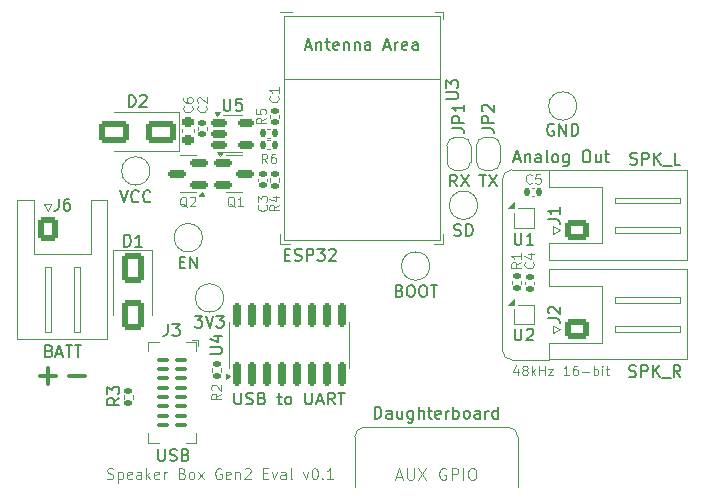
<source format=gto>
%TF.GenerationSoftware,KiCad,Pcbnew,8.0.1*%
%TF.CreationDate,2025-02-14T15:05:20+08:00*%
%TF.ProjectId,SpeakerDriver,53706561-6b65-4724-9472-697665722e6b,rev?*%
%TF.SameCoordinates,Original*%
%TF.FileFunction,Legend,Top*%
%TF.FilePolarity,Positive*%
%FSLAX46Y46*%
G04 Gerber Fmt 4.6, Leading zero omitted, Abs format (unit mm)*
G04 Created by KiCad (PCBNEW 8.0.1) date 2025-02-14 15:05:20*
%MOMM*%
%LPD*%
G01*
G04 APERTURE LIST*
G04 Aperture macros list*
%AMRoundRect*
0 Rectangle with rounded corners*
0 $1 Rounding radius*
0 $2 $3 $4 $5 $6 $7 $8 $9 X,Y pos of 4 corners*
0 Add a 4 corners polygon primitive as box body*
4,1,4,$2,$3,$4,$5,$6,$7,$8,$9,$2,$3,0*
0 Add four circle primitives for the rounded corners*
1,1,$1+$1,$2,$3*
1,1,$1+$1,$4,$5*
1,1,$1+$1,$6,$7*
1,1,$1+$1,$8,$9*
0 Add four rect primitives between the rounded corners*
20,1,$1+$1,$2,$3,$4,$5,0*
20,1,$1+$1,$4,$5,$6,$7,0*
20,1,$1+$1,$6,$7,$8,$9,0*
20,1,$1+$1,$8,$9,$2,$3,0*%
%AMFreePoly0*
4,1,19,0.500000,-0.750000,0.000000,-0.750000,0.000000,-0.744911,-0.071157,-0.744911,-0.207708,-0.704816,-0.327430,-0.627875,-0.420627,-0.520320,-0.479746,-0.390866,-0.500000,-0.250000,-0.500000,0.250000,-0.479746,0.390866,-0.420627,0.520320,-0.327430,0.627875,-0.207708,0.704816,-0.071157,0.744911,0.000000,0.744911,0.000000,0.750000,0.500000,0.750000,0.500000,-0.750000,0.500000,-0.750000,
$1*%
%AMFreePoly1*
4,1,19,0.000000,0.744911,0.071157,0.744911,0.207708,0.704816,0.327430,0.627875,0.420627,0.520320,0.479746,0.390866,0.500000,0.250000,0.500000,-0.250000,0.479746,-0.390866,0.420627,-0.520320,0.327430,-0.627875,0.207708,-0.704816,0.071157,-0.744911,0.000000,-0.744911,0.000000,-0.750000,-0.500000,-0.750000,-0.500000,0.750000,0.000000,0.750000,0.000000,0.744911,0.000000,0.744911,
$1*%
%AMFreePoly2*
4,1,6,0.500000,-0.100000,0.500000,-0.500000,-0.500000,-0.500000,-0.500000,0.500000,-0.100000,0.500000,0.500000,-0.100000,0.500000,-0.100000,$1*%
G04 Aperture macros list end*
%ADD10C,0.112500*%
%ADD11C,0.125000*%
%ADD12C,0.200000*%
%ADD13C,0.100000*%
%ADD14C,0.360000*%
%ADD15C,0.150000*%
%ADD16C,0.120000*%
%ADD17C,2.000000*%
%ADD18RoundRect,0.225000X-0.250000X0.225000X-0.250000X-0.225000X0.250000X-0.225000X0.250000X0.225000X0*%
%ADD19RoundRect,0.140000X-0.140000X-0.170000X0.140000X-0.170000X0.140000X0.170000X-0.140000X0.170000X0*%
%ADD20RoundRect,0.140000X0.170000X-0.140000X0.170000X0.140000X-0.170000X0.140000X-0.170000X-0.140000X0*%
%ADD21C,0.310000*%
%ADD22RoundRect,0.250000X1.000000X0.650000X-1.000000X0.650000X-1.000000X-0.650000X1.000000X-0.650000X0*%
%ADD23RoundRect,0.150000X0.150000X-0.825000X0.150000X0.825000X-0.150000X0.825000X-0.150000X-0.825000X0*%
%ADD24RoundRect,0.250000X0.750000X-0.600000X0.750000X0.600000X-0.750000X0.600000X-0.750000X-0.600000X0*%
%ADD25O,2.000000X1.700000*%
%ADD26RoundRect,0.150000X-0.587500X-0.150000X0.587500X-0.150000X0.587500X0.150000X-0.587500X0.150000X0*%
%ADD27C,5.600000*%
%ADD28R,1.700000X1.700000*%
%ADD29O,1.700000X1.700000*%
%ADD30RoundRect,0.135000X0.135000X0.185000X-0.135000X0.185000X-0.135000X-0.185000X0.135000X-0.185000X0*%
%ADD31RoundRect,0.135000X-0.185000X0.135000X-0.185000X-0.135000X0.185000X-0.135000X0.185000X0.135000X0*%
%ADD32RoundRect,0.250000X-0.600000X-0.750000X0.600000X-0.750000X0.600000X0.750000X-0.600000X0.750000X0*%
%ADD33O,1.700000X2.000000*%
%ADD34FreePoly0,90.000000*%
%ADD35FreePoly1,90.000000*%
%ADD36RoundRect,0.150000X0.587500X0.150000X-0.587500X0.150000X-0.587500X-0.150000X0.587500X-0.150000X0*%
%ADD37FreePoly0,270.000000*%
%ADD38FreePoly1,270.000000*%
%ADD39RoundRect,0.140000X-0.170000X0.140000X-0.170000X-0.140000X0.170000X-0.140000X0.170000X0.140000X0*%
%ADD40RoundRect,0.250000X-0.650000X1.000000X-0.650000X-1.000000X0.650000X-1.000000X0.650000X1.000000X0*%
%ADD41RoundRect,0.150000X-0.512500X-0.150000X0.512500X-0.150000X0.512500X0.150000X-0.512500X0.150000X0*%
%ADD42C,0.660000*%
%ADD43O,0.580000X1.000000*%
%ADD44RoundRect,0.075000X-0.425000X0.075000X-0.425000X-0.075000X0.425000X-0.075000X0.425000X0.075000X0*%
%ADD45C,1.100000*%
%ADD46RoundRect,0.135000X-0.135000X-0.185000X0.135000X-0.185000X0.135000X0.185000X-0.135000X0.185000X0*%
%ADD47R,0.800000X0.400000*%
%ADD48R,0.400000X0.800000*%
%ADD49FreePoly2,90.000000*%
%ADD50R,1.000000X1.000000*%
G04 APERTURE END LIST*
D10*
X132545441Y-122741150D02*
X132674013Y-122784007D01*
X132674013Y-122784007D02*
X132888298Y-122784007D01*
X132888298Y-122784007D02*
X132974013Y-122741150D01*
X132974013Y-122741150D02*
X133016870Y-122698292D01*
X133016870Y-122698292D02*
X133059727Y-122612578D01*
X133059727Y-122612578D02*
X133059727Y-122526864D01*
X133059727Y-122526864D02*
X133016870Y-122441150D01*
X133016870Y-122441150D02*
X132974013Y-122398292D01*
X132974013Y-122398292D02*
X132888298Y-122355435D01*
X132888298Y-122355435D02*
X132716870Y-122312578D01*
X132716870Y-122312578D02*
X132631155Y-122269721D01*
X132631155Y-122269721D02*
X132588298Y-122226864D01*
X132588298Y-122226864D02*
X132545441Y-122141150D01*
X132545441Y-122141150D02*
X132545441Y-122055435D01*
X132545441Y-122055435D02*
X132588298Y-121969721D01*
X132588298Y-121969721D02*
X132631155Y-121926864D01*
X132631155Y-121926864D02*
X132716870Y-121884007D01*
X132716870Y-121884007D02*
X132931155Y-121884007D01*
X132931155Y-121884007D02*
X133059727Y-121926864D01*
X133445441Y-122184007D02*
X133445441Y-123084007D01*
X133445441Y-122226864D02*
X133531156Y-122184007D01*
X133531156Y-122184007D02*
X133702584Y-122184007D01*
X133702584Y-122184007D02*
X133788298Y-122226864D01*
X133788298Y-122226864D02*
X133831156Y-122269721D01*
X133831156Y-122269721D02*
X133874013Y-122355435D01*
X133874013Y-122355435D02*
X133874013Y-122612578D01*
X133874013Y-122612578D02*
X133831156Y-122698292D01*
X133831156Y-122698292D02*
X133788298Y-122741150D01*
X133788298Y-122741150D02*
X133702584Y-122784007D01*
X133702584Y-122784007D02*
X133531156Y-122784007D01*
X133531156Y-122784007D02*
X133445441Y-122741150D01*
X134602584Y-122741150D02*
X134516870Y-122784007D01*
X134516870Y-122784007D02*
X134345442Y-122784007D01*
X134345442Y-122784007D02*
X134259727Y-122741150D01*
X134259727Y-122741150D02*
X134216870Y-122655435D01*
X134216870Y-122655435D02*
X134216870Y-122312578D01*
X134216870Y-122312578D02*
X134259727Y-122226864D01*
X134259727Y-122226864D02*
X134345442Y-122184007D01*
X134345442Y-122184007D02*
X134516870Y-122184007D01*
X134516870Y-122184007D02*
X134602584Y-122226864D01*
X134602584Y-122226864D02*
X134645442Y-122312578D01*
X134645442Y-122312578D02*
X134645442Y-122398292D01*
X134645442Y-122398292D02*
X134216870Y-122484007D01*
X135416871Y-122784007D02*
X135416871Y-122312578D01*
X135416871Y-122312578D02*
X135374013Y-122226864D01*
X135374013Y-122226864D02*
X135288299Y-122184007D01*
X135288299Y-122184007D02*
X135116871Y-122184007D01*
X135116871Y-122184007D02*
X135031156Y-122226864D01*
X135416871Y-122741150D02*
X135331156Y-122784007D01*
X135331156Y-122784007D02*
X135116871Y-122784007D01*
X135116871Y-122784007D02*
X135031156Y-122741150D01*
X135031156Y-122741150D02*
X134988299Y-122655435D01*
X134988299Y-122655435D02*
X134988299Y-122569721D01*
X134988299Y-122569721D02*
X135031156Y-122484007D01*
X135031156Y-122484007D02*
X135116871Y-122441150D01*
X135116871Y-122441150D02*
X135331156Y-122441150D01*
X135331156Y-122441150D02*
X135416871Y-122398292D01*
X135845442Y-122784007D02*
X135845442Y-121884007D01*
X135931157Y-122441150D02*
X136188299Y-122784007D01*
X136188299Y-122184007D02*
X135845442Y-122526864D01*
X136916870Y-122741150D02*
X136831156Y-122784007D01*
X136831156Y-122784007D02*
X136659728Y-122784007D01*
X136659728Y-122784007D02*
X136574013Y-122741150D01*
X136574013Y-122741150D02*
X136531156Y-122655435D01*
X136531156Y-122655435D02*
X136531156Y-122312578D01*
X136531156Y-122312578D02*
X136574013Y-122226864D01*
X136574013Y-122226864D02*
X136659728Y-122184007D01*
X136659728Y-122184007D02*
X136831156Y-122184007D01*
X136831156Y-122184007D02*
X136916870Y-122226864D01*
X136916870Y-122226864D02*
X136959728Y-122312578D01*
X136959728Y-122312578D02*
X136959728Y-122398292D01*
X136959728Y-122398292D02*
X136531156Y-122484007D01*
X137345442Y-122784007D02*
X137345442Y-122184007D01*
X137345442Y-122355435D02*
X137388299Y-122269721D01*
X137388299Y-122269721D02*
X137431157Y-122226864D01*
X137431157Y-122226864D02*
X137516871Y-122184007D01*
X137516871Y-122184007D02*
X137602585Y-122184007D01*
X138888299Y-122312578D02*
X139016871Y-122355435D01*
X139016871Y-122355435D02*
X139059728Y-122398292D01*
X139059728Y-122398292D02*
X139102585Y-122484007D01*
X139102585Y-122484007D02*
X139102585Y-122612578D01*
X139102585Y-122612578D02*
X139059728Y-122698292D01*
X139059728Y-122698292D02*
X139016871Y-122741150D01*
X139016871Y-122741150D02*
X138931156Y-122784007D01*
X138931156Y-122784007D02*
X138588299Y-122784007D01*
X138588299Y-122784007D02*
X138588299Y-121884007D01*
X138588299Y-121884007D02*
X138888299Y-121884007D01*
X138888299Y-121884007D02*
X138974014Y-121926864D01*
X138974014Y-121926864D02*
X139016871Y-121969721D01*
X139016871Y-121969721D02*
X139059728Y-122055435D01*
X139059728Y-122055435D02*
X139059728Y-122141150D01*
X139059728Y-122141150D02*
X139016871Y-122226864D01*
X139016871Y-122226864D02*
X138974014Y-122269721D01*
X138974014Y-122269721D02*
X138888299Y-122312578D01*
X138888299Y-122312578D02*
X138588299Y-122312578D01*
X139616871Y-122784007D02*
X139531156Y-122741150D01*
X139531156Y-122741150D02*
X139488299Y-122698292D01*
X139488299Y-122698292D02*
X139445442Y-122612578D01*
X139445442Y-122612578D02*
X139445442Y-122355435D01*
X139445442Y-122355435D02*
X139488299Y-122269721D01*
X139488299Y-122269721D02*
X139531156Y-122226864D01*
X139531156Y-122226864D02*
X139616871Y-122184007D01*
X139616871Y-122184007D02*
X139745442Y-122184007D01*
X139745442Y-122184007D02*
X139831156Y-122226864D01*
X139831156Y-122226864D02*
X139874014Y-122269721D01*
X139874014Y-122269721D02*
X139916871Y-122355435D01*
X139916871Y-122355435D02*
X139916871Y-122612578D01*
X139916871Y-122612578D02*
X139874014Y-122698292D01*
X139874014Y-122698292D02*
X139831156Y-122741150D01*
X139831156Y-122741150D02*
X139745442Y-122784007D01*
X139745442Y-122784007D02*
X139616871Y-122784007D01*
X140216871Y-122784007D02*
X140688300Y-122184007D01*
X140216871Y-122184007D02*
X140688300Y-122784007D01*
X142188299Y-121926864D02*
X142102585Y-121884007D01*
X142102585Y-121884007D02*
X141974013Y-121884007D01*
X141974013Y-121884007D02*
X141845442Y-121926864D01*
X141845442Y-121926864D02*
X141759727Y-122012578D01*
X141759727Y-122012578D02*
X141716870Y-122098292D01*
X141716870Y-122098292D02*
X141674013Y-122269721D01*
X141674013Y-122269721D02*
X141674013Y-122398292D01*
X141674013Y-122398292D02*
X141716870Y-122569721D01*
X141716870Y-122569721D02*
X141759727Y-122655435D01*
X141759727Y-122655435D02*
X141845442Y-122741150D01*
X141845442Y-122741150D02*
X141974013Y-122784007D01*
X141974013Y-122784007D02*
X142059727Y-122784007D01*
X142059727Y-122784007D02*
X142188299Y-122741150D01*
X142188299Y-122741150D02*
X142231156Y-122698292D01*
X142231156Y-122698292D02*
X142231156Y-122398292D01*
X142231156Y-122398292D02*
X142059727Y-122398292D01*
X142959727Y-122741150D02*
X142874013Y-122784007D01*
X142874013Y-122784007D02*
X142702585Y-122784007D01*
X142702585Y-122784007D02*
X142616870Y-122741150D01*
X142616870Y-122741150D02*
X142574013Y-122655435D01*
X142574013Y-122655435D02*
X142574013Y-122312578D01*
X142574013Y-122312578D02*
X142616870Y-122226864D01*
X142616870Y-122226864D02*
X142702585Y-122184007D01*
X142702585Y-122184007D02*
X142874013Y-122184007D01*
X142874013Y-122184007D02*
X142959727Y-122226864D01*
X142959727Y-122226864D02*
X143002585Y-122312578D01*
X143002585Y-122312578D02*
X143002585Y-122398292D01*
X143002585Y-122398292D02*
X142574013Y-122484007D01*
X143388299Y-122184007D02*
X143388299Y-122784007D01*
X143388299Y-122269721D02*
X143431156Y-122226864D01*
X143431156Y-122226864D02*
X143516871Y-122184007D01*
X143516871Y-122184007D02*
X143645442Y-122184007D01*
X143645442Y-122184007D02*
X143731156Y-122226864D01*
X143731156Y-122226864D02*
X143774014Y-122312578D01*
X143774014Y-122312578D02*
X143774014Y-122784007D01*
X144159728Y-121969721D02*
X144202585Y-121926864D01*
X144202585Y-121926864D02*
X144288300Y-121884007D01*
X144288300Y-121884007D02*
X144502585Y-121884007D01*
X144502585Y-121884007D02*
X144588300Y-121926864D01*
X144588300Y-121926864D02*
X144631157Y-121969721D01*
X144631157Y-121969721D02*
X144674014Y-122055435D01*
X144674014Y-122055435D02*
X144674014Y-122141150D01*
X144674014Y-122141150D02*
X144631157Y-122269721D01*
X144631157Y-122269721D02*
X144116871Y-122784007D01*
X144116871Y-122784007D02*
X144674014Y-122784007D01*
X145745442Y-122312578D02*
X146045442Y-122312578D01*
X146174014Y-122784007D02*
X145745442Y-122784007D01*
X145745442Y-122784007D02*
X145745442Y-121884007D01*
X145745442Y-121884007D02*
X146174014Y-121884007D01*
X146474014Y-122184007D02*
X146688300Y-122784007D01*
X146688300Y-122784007D02*
X146902585Y-122184007D01*
X147631157Y-122784007D02*
X147631157Y-122312578D01*
X147631157Y-122312578D02*
X147588299Y-122226864D01*
X147588299Y-122226864D02*
X147502585Y-122184007D01*
X147502585Y-122184007D02*
X147331157Y-122184007D01*
X147331157Y-122184007D02*
X147245442Y-122226864D01*
X147631157Y-122741150D02*
X147545442Y-122784007D01*
X147545442Y-122784007D02*
X147331157Y-122784007D01*
X147331157Y-122784007D02*
X147245442Y-122741150D01*
X147245442Y-122741150D02*
X147202585Y-122655435D01*
X147202585Y-122655435D02*
X147202585Y-122569721D01*
X147202585Y-122569721D02*
X147245442Y-122484007D01*
X147245442Y-122484007D02*
X147331157Y-122441150D01*
X147331157Y-122441150D02*
X147545442Y-122441150D01*
X147545442Y-122441150D02*
X147631157Y-122398292D01*
X148188300Y-122784007D02*
X148102585Y-122741150D01*
X148102585Y-122741150D02*
X148059728Y-122655435D01*
X148059728Y-122655435D02*
X148059728Y-121884007D01*
X149131157Y-122184007D02*
X149345443Y-122784007D01*
X149345443Y-122784007D02*
X149559728Y-122184007D01*
X150074014Y-121884007D02*
X150159728Y-121884007D01*
X150159728Y-121884007D02*
X150245442Y-121926864D01*
X150245442Y-121926864D02*
X150288300Y-121969721D01*
X150288300Y-121969721D02*
X150331157Y-122055435D01*
X150331157Y-122055435D02*
X150374014Y-122226864D01*
X150374014Y-122226864D02*
X150374014Y-122441150D01*
X150374014Y-122441150D02*
X150331157Y-122612578D01*
X150331157Y-122612578D02*
X150288300Y-122698292D01*
X150288300Y-122698292D02*
X150245442Y-122741150D01*
X150245442Y-122741150D02*
X150159728Y-122784007D01*
X150159728Y-122784007D02*
X150074014Y-122784007D01*
X150074014Y-122784007D02*
X149988300Y-122741150D01*
X149988300Y-122741150D02*
X149945442Y-122698292D01*
X149945442Y-122698292D02*
X149902585Y-122612578D01*
X149902585Y-122612578D02*
X149859728Y-122441150D01*
X149859728Y-122441150D02*
X149859728Y-122226864D01*
X149859728Y-122226864D02*
X149902585Y-122055435D01*
X149902585Y-122055435D02*
X149945442Y-121969721D01*
X149945442Y-121969721D02*
X149988300Y-121926864D01*
X149988300Y-121926864D02*
X150074014Y-121884007D01*
X150759728Y-122698292D02*
X150802585Y-122741150D01*
X150802585Y-122741150D02*
X150759728Y-122784007D01*
X150759728Y-122784007D02*
X150716871Y-122741150D01*
X150716871Y-122741150D02*
X150759728Y-122698292D01*
X150759728Y-122698292D02*
X150759728Y-122784007D01*
X151659728Y-122784007D02*
X151145442Y-122784007D01*
X151402585Y-122784007D02*
X151402585Y-121884007D01*
X151402585Y-121884007D02*
X151316871Y-122012578D01*
X151316871Y-122012578D02*
X151231156Y-122098292D01*
X151231156Y-122098292D02*
X151145442Y-122141150D01*
D11*
X157019048Y-122585404D02*
X157495238Y-122585404D01*
X156923810Y-122871119D02*
X157257143Y-121871119D01*
X157257143Y-121871119D02*
X157590476Y-122871119D01*
X157923810Y-121871119D02*
X157923810Y-122680642D01*
X157923810Y-122680642D02*
X157971429Y-122775880D01*
X157971429Y-122775880D02*
X158019048Y-122823500D01*
X158019048Y-122823500D02*
X158114286Y-122871119D01*
X158114286Y-122871119D02*
X158304762Y-122871119D01*
X158304762Y-122871119D02*
X158400000Y-122823500D01*
X158400000Y-122823500D02*
X158447619Y-122775880D01*
X158447619Y-122775880D02*
X158495238Y-122680642D01*
X158495238Y-122680642D02*
X158495238Y-121871119D01*
X158876191Y-121871119D02*
X159542857Y-122871119D01*
X159542857Y-121871119D02*
X158876191Y-122871119D01*
X161209524Y-121918738D02*
X161114286Y-121871119D01*
X161114286Y-121871119D02*
X160971429Y-121871119D01*
X160971429Y-121871119D02*
X160828572Y-121918738D01*
X160828572Y-121918738D02*
X160733334Y-122013976D01*
X160733334Y-122013976D02*
X160685715Y-122109214D01*
X160685715Y-122109214D02*
X160638096Y-122299690D01*
X160638096Y-122299690D02*
X160638096Y-122442547D01*
X160638096Y-122442547D02*
X160685715Y-122633023D01*
X160685715Y-122633023D02*
X160733334Y-122728261D01*
X160733334Y-122728261D02*
X160828572Y-122823500D01*
X160828572Y-122823500D02*
X160971429Y-122871119D01*
X160971429Y-122871119D02*
X161066667Y-122871119D01*
X161066667Y-122871119D02*
X161209524Y-122823500D01*
X161209524Y-122823500D02*
X161257143Y-122775880D01*
X161257143Y-122775880D02*
X161257143Y-122442547D01*
X161257143Y-122442547D02*
X161066667Y-122442547D01*
X161685715Y-122871119D02*
X161685715Y-121871119D01*
X161685715Y-121871119D02*
X162066667Y-121871119D01*
X162066667Y-121871119D02*
X162161905Y-121918738D01*
X162161905Y-121918738D02*
X162209524Y-121966357D01*
X162209524Y-121966357D02*
X162257143Y-122061595D01*
X162257143Y-122061595D02*
X162257143Y-122204452D01*
X162257143Y-122204452D02*
X162209524Y-122299690D01*
X162209524Y-122299690D02*
X162161905Y-122347309D01*
X162161905Y-122347309D02*
X162066667Y-122394928D01*
X162066667Y-122394928D02*
X161685715Y-122394928D01*
X162685715Y-122871119D02*
X162685715Y-121871119D01*
X163352381Y-121871119D02*
X163542857Y-121871119D01*
X163542857Y-121871119D02*
X163638095Y-121918738D01*
X163638095Y-121918738D02*
X163733333Y-122013976D01*
X163733333Y-122013976D02*
X163780952Y-122204452D01*
X163780952Y-122204452D02*
X163780952Y-122537785D01*
X163780952Y-122537785D02*
X163733333Y-122728261D01*
X163733333Y-122728261D02*
X163638095Y-122823500D01*
X163638095Y-122823500D02*
X163542857Y-122871119D01*
X163542857Y-122871119D02*
X163352381Y-122871119D01*
X163352381Y-122871119D02*
X163257143Y-122823500D01*
X163257143Y-122823500D02*
X163161905Y-122728261D01*
X163161905Y-122728261D02*
X163114286Y-122537785D01*
X163114286Y-122537785D02*
X163114286Y-122204452D01*
X163114286Y-122204452D02*
X163161905Y-122013976D01*
X163161905Y-122013976D02*
X163257143Y-121918738D01*
X163257143Y-121918738D02*
X163352381Y-121871119D01*
D12*
X155180548Y-117667219D02*
X155180548Y-116667219D01*
X155180548Y-116667219D02*
X155418643Y-116667219D01*
X155418643Y-116667219D02*
X155561500Y-116714838D01*
X155561500Y-116714838D02*
X155656738Y-116810076D01*
X155656738Y-116810076D02*
X155704357Y-116905314D01*
X155704357Y-116905314D02*
X155751976Y-117095790D01*
X155751976Y-117095790D02*
X155751976Y-117238647D01*
X155751976Y-117238647D02*
X155704357Y-117429123D01*
X155704357Y-117429123D02*
X155656738Y-117524361D01*
X155656738Y-117524361D02*
X155561500Y-117619600D01*
X155561500Y-117619600D02*
X155418643Y-117667219D01*
X155418643Y-117667219D02*
X155180548Y-117667219D01*
X156609119Y-117667219D02*
X156609119Y-117143409D01*
X156609119Y-117143409D02*
X156561500Y-117048171D01*
X156561500Y-117048171D02*
X156466262Y-117000552D01*
X156466262Y-117000552D02*
X156275786Y-117000552D01*
X156275786Y-117000552D02*
X156180548Y-117048171D01*
X156609119Y-117619600D02*
X156513881Y-117667219D01*
X156513881Y-117667219D02*
X156275786Y-117667219D01*
X156275786Y-117667219D02*
X156180548Y-117619600D01*
X156180548Y-117619600D02*
X156132929Y-117524361D01*
X156132929Y-117524361D02*
X156132929Y-117429123D01*
X156132929Y-117429123D02*
X156180548Y-117333885D01*
X156180548Y-117333885D02*
X156275786Y-117286266D01*
X156275786Y-117286266D02*
X156513881Y-117286266D01*
X156513881Y-117286266D02*
X156609119Y-117238647D01*
X157513881Y-117000552D02*
X157513881Y-117667219D01*
X157085310Y-117000552D02*
X157085310Y-117524361D01*
X157085310Y-117524361D02*
X157132929Y-117619600D01*
X157132929Y-117619600D02*
X157228167Y-117667219D01*
X157228167Y-117667219D02*
X157371024Y-117667219D01*
X157371024Y-117667219D02*
X157466262Y-117619600D01*
X157466262Y-117619600D02*
X157513881Y-117571980D01*
X158418643Y-117000552D02*
X158418643Y-117810076D01*
X158418643Y-117810076D02*
X158371024Y-117905314D01*
X158371024Y-117905314D02*
X158323405Y-117952933D01*
X158323405Y-117952933D02*
X158228167Y-118000552D01*
X158228167Y-118000552D02*
X158085310Y-118000552D01*
X158085310Y-118000552D02*
X157990072Y-117952933D01*
X158418643Y-117619600D02*
X158323405Y-117667219D01*
X158323405Y-117667219D02*
X158132929Y-117667219D01*
X158132929Y-117667219D02*
X158037691Y-117619600D01*
X158037691Y-117619600D02*
X157990072Y-117571980D01*
X157990072Y-117571980D02*
X157942453Y-117476742D01*
X157942453Y-117476742D02*
X157942453Y-117191028D01*
X157942453Y-117191028D02*
X157990072Y-117095790D01*
X157990072Y-117095790D02*
X158037691Y-117048171D01*
X158037691Y-117048171D02*
X158132929Y-117000552D01*
X158132929Y-117000552D02*
X158323405Y-117000552D01*
X158323405Y-117000552D02*
X158418643Y-117048171D01*
X158894834Y-117667219D02*
X158894834Y-116667219D01*
X159323405Y-117667219D02*
X159323405Y-117143409D01*
X159323405Y-117143409D02*
X159275786Y-117048171D01*
X159275786Y-117048171D02*
X159180548Y-117000552D01*
X159180548Y-117000552D02*
X159037691Y-117000552D01*
X159037691Y-117000552D02*
X158942453Y-117048171D01*
X158942453Y-117048171D02*
X158894834Y-117095790D01*
X159656739Y-117000552D02*
X160037691Y-117000552D01*
X159799596Y-116667219D02*
X159799596Y-117524361D01*
X159799596Y-117524361D02*
X159847215Y-117619600D01*
X159847215Y-117619600D02*
X159942453Y-117667219D01*
X159942453Y-117667219D02*
X160037691Y-117667219D01*
X160751977Y-117619600D02*
X160656739Y-117667219D01*
X160656739Y-117667219D02*
X160466263Y-117667219D01*
X160466263Y-117667219D02*
X160371025Y-117619600D01*
X160371025Y-117619600D02*
X160323406Y-117524361D01*
X160323406Y-117524361D02*
X160323406Y-117143409D01*
X160323406Y-117143409D02*
X160371025Y-117048171D01*
X160371025Y-117048171D02*
X160466263Y-117000552D01*
X160466263Y-117000552D02*
X160656739Y-117000552D01*
X160656739Y-117000552D02*
X160751977Y-117048171D01*
X160751977Y-117048171D02*
X160799596Y-117143409D01*
X160799596Y-117143409D02*
X160799596Y-117238647D01*
X160799596Y-117238647D02*
X160323406Y-117333885D01*
X161228168Y-117667219D02*
X161228168Y-117000552D01*
X161228168Y-117191028D02*
X161275787Y-117095790D01*
X161275787Y-117095790D02*
X161323406Y-117048171D01*
X161323406Y-117048171D02*
X161418644Y-117000552D01*
X161418644Y-117000552D02*
X161513882Y-117000552D01*
X161847216Y-117667219D02*
X161847216Y-116667219D01*
X161847216Y-117048171D02*
X161942454Y-117000552D01*
X161942454Y-117000552D02*
X162132930Y-117000552D01*
X162132930Y-117000552D02*
X162228168Y-117048171D01*
X162228168Y-117048171D02*
X162275787Y-117095790D01*
X162275787Y-117095790D02*
X162323406Y-117191028D01*
X162323406Y-117191028D02*
X162323406Y-117476742D01*
X162323406Y-117476742D02*
X162275787Y-117571980D01*
X162275787Y-117571980D02*
X162228168Y-117619600D01*
X162228168Y-117619600D02*
X162132930Y-117667219D01*
X162132930Y-117667219D02*
X161942454Y-117667219D01*
X161942454Y-117667219D02*
X161847216Y-117619600D01*
X162894835Y-117667219D02*
X162799597Y-117619600D01*
X162799597Y-117619600D02*
X162751978Y-117571980D01*
X162751978Y-117571980D02*
X162704359Y-117476742D01*
X162704359Y-117476742D02*
X162704359Y-117191028D01*
X162704359Y-117191028D02*
X162751978Y-117095790D01*
X162751978Y-117095790D02*
X162799597Y-117048171D01*
X162799597Y-117048171D02*
X162894835Y-117000552D01*
X162894835Y-117000552D02*
X163037692Y-117000552D01*
X163037692Y-117000552D02*
X163132930Y-117048171D01*
X163132930Y-117048171D02*
X163180549Y-117095790D01*
X163180549Y-117095790D02*
X163228168Y-117191028D01*
X163228168Y-117191028D02*
X163228168Y-117476742D01*
X163228168Y-117476742D02*
X163180549Y-117571980D01*
X163180549Y-117571980D02*
X163132930Y-117619600D01*
X163132930Y-117619600D02*
X163037692Y-117667219D01*
X163037692Y-117667219D02*
X162894835Y-117667219D01*
X164085311Y-117667219D02*
X164085311Y-117143409D01*
X164085311Y-117143409D02*
X164037692Y-117048171D01*
X164037692Y-117048171D02*
X163942454Y-117000552D01*
X163942454Y-117000552D02*
X163751978Y-117000552D01*
X163751978Y-117000552D02*
X163656740Y-117048171D01*
X164085311Y-117619600D02*
X163990073Y-117667219D01*
X163990073Y-117667219D02*
X163751978Y-117667219D01*
X163751978Y-117667219D02*
X163656740Y-117619600D01*
X163656740Y-117619600D02*
X163609121Y-117524361D01*
X163609121Y-117524361D02*
X163609121Y-117429123D01*
X163609121Y-117429123D02*
X163656740Y-117333885D01*
X163656740Y-117333885D02*
X163751978Y-117286266D01*
X163751978Y-117286266D02*
X163990073Y-117286266D01*
X163990073Y-117286266D02*
X164085311Y-117238647D01*
X164561502Y-117667219D02*
X164561502Y-117000552D01*
X164561502Y-117191028D02*
X164609121Y-117095790D01*
X164609121Y-117095790D02*
X164656740Y-117048171D01*
X164656740Y-117048171D02*
X164751978Y-117000552D01*
X164751978Y-117000552D02*
X164847216Y-117000552D01*
X165609121Y-117667219D02*
X165609121Y-116667219D01*
X165609121Y-117619600D02*
X165513883Y-117667219D01*
X165513883Y-117667219D02*
X165323407Y-117667219D01*
X165323407Y-117667219D02*
X165228169Y-117619600D01*
X165228169Y-117619600D02*
X165180550Y-117571980D01*
X165180550Y-117571980D02*
X165132931Y-117476742D01*
X165132931Y-117476742D02*
X165132931Y-117191028D01*
X165132931Y-117191028D02*
X165180550Y-117095790D01*
X165180550Y-117095790D02*
X165228169Y-117048171D01*
X165228169Y-117048171D02*
X165323407Y-117000552D01*
X165323407Y-117000552D02*
X165513883Y-117000552D01*
X165513883Y-117000552D02*
X165609121Y-117048171D01*
D13*
X166500000Y-118400000D02*
G75*
G02*
X167300000Y-119200000I0J-800000D01*
G01*
X153500000Y-119200000D02*
G75*
G02*
X154300000Y-118400000I800000J0D01*
G01*
X167300000Y-119200000D02*
X167300000Y-123500000D01*
X154300000Y-118400000D02*
X166500000Y-118400000D01*
X153500000Y-123500000D02*
X153500000Y-119200000D01*
X167299122Y-113463561D02*
X167299122Y-113996895D01*
X167108646Y-113158800D02*
X166918169Y-113730228D01*
X166918169Y-113730228D02*
X167413408Y-113730228D01*
X167832455Y-113539752D02*
X167756265Y-113501657D01*
X167756265Y-113501657D02*
X167718170Y-113463561D01*
X167718170Y-113463561D02*
X167680074Y-113387371D01*
X167680074Y-113387371D02*
X167680074Y-113349276D01*
X167680074Y-113349276D02*
X167718170Y-113273085D01*
X167718170Y-113273085D02*
X167756265Y-113234990D01*
X167756265Y-113234990D02*
X167832455Y-113196895D01*
X167832455Y-113196895D02*
X167984836Y-113196895D01*
X167984836Y-113196895D02*
X168061027Y-113234990D01*
X168061027Y-113234990D02*
X168099122Y-113273085D01*
X168099122Y-113273085D02*
X168137217Y-113349276D01*
X168137217Y-113349276D02*
X168137217Y-113387371D01*
X168137217Y-113387371D02*
X168099122Y-113463561D01*
X168099122Y-113463561D02*
X168061027Y-113501657D01*
X168061027Y-113501657D02*
X167984836Y-113539752D01*
X167984836Y-113539752D02*
X167832455Y-113539752D01*
X167832455Y-113539752D02*
X167756265Y-113577847D01*
X167756265Y-113577847D02*
X167718170Y-113615942D01*
X167718170Y-113615942D02*
X167680074Y-113692133D01*
X167680074Y-113692133D02*
X167680074Y-113844514D01*
X167680074Y-113844514D02*
X167718170Y-113920704D01*
X167718170Y-113920704D02*
X167756265Y-113958800D01*
X167756265Y-113958800D02*
X167832455Y-113996895D01*
X167832455Y-113996895D02*
X167984836Y-113996895D01*
X167984836Y-113996895D02*
X168061027Y-113958800D01*
X168061027Y-113958800D02*
X168099122Y-113920704D01*
X168099122Y-113920704D02*
X168137217Y-113844514D01*
X168137217Y-113844514D02*
X168137217Y-113692133D01*
X168137217Y-113692133D02*
X168099122Y-113615942D01*
X168099122Y-113615942D02*
X168061027Y-113577847D01*
X168061027Y-113577847D02*
X167984836Y-113539752D01*
X168480075Y-113996895D02*
X168480075Y-113196895D01*
X168556265Y-113692133D02*
X168784837Y-113996895D01*
X168784837Y-113463561D02*
X168480075Y-113768323D01*
X169127694Y-113996895D02*
X169127694Y-113196895D01*
X169127694Y-113577847D02*
X169584837Y-113577847D01*
X169584837Y-113996895D02*
X169584837Y-113196895D01*
X169889598Y-113463561D02*
X170308646Y-113463561D01*
X170308646Y-113463561D02*
X169889598Y-113996895D01*
X169889598Y-113996895D02*
X170308646Y-113996895D01*
X171641979Y-113996895D02*
X171184836Y-113996895D01*
X171413408Y-113996895D02*
X171413408Y-113196895D01*
X171413408Y-113196895D02*
X171337217Y-113311180D01*
X171337217Y-113311180D02*
X171261027Y-113387371D01*
X171261027Y-113387371D02*
X171184836Y-113425466D01*
X172327694Y-113196895D02*
X172175313Y-113196895D01*
X172175313Y-113196895D02*
X172099122Y-113234990D01*
X172099122Y-113234990D02*
X172061027Y-113273085D01*
X172061027Y-113273085D02*
X171984837Y-113387371D01*
X171984837Y-113387371D02*
X171946741Y-113539752D01*
X171946741Y-113539752D02*
X171946741Y-113844514D01*
X171946741Y-113844514D02*
X171984837Y-113920704D01*
X171984837Y-113920704D02*
X172022932Y-113958800D01*
X172022932Y-113958800D02*
X172099122Y-113996895D01*
X172099122Y-113996895D02*
X172251503Y-113996895D01*
X172251503Y-113996895D02*
X172327694Y-113958800D01*
X172327694Y-113958800D02*
X172365789Y-113920704D01*
X172365789Y-113920704D02*
X172403884Y-113844514D01*
X172403884Y-113844514D02*
X172403884Y-113654038D01*
X172403884Y-113654038D02*
X172365789Y-113577847D01*
X172365789Y-113577847D02*
X172327694Y-113539752D01*
X172327694Y-113539752D02*
X172251503Y-113501657D01*
X172251503Y-113501657D02*
X172099122Y-113501657D01*
X172099122Y-113501657D02*
X172022932Y-113539752D01*
X172022932Y-113539752D02*
X171984837Y-113577847D01*
X171984837Y-113577847D02*
X171946741Y-113654038D01*
X172746742Y-113692133D02*
X173356266Y-113692133D01*
X173737218Y-113996895D02*
X173737218Y-113196895D01*
X173737218Y-113501657D02*
X173813408Y-113463561D01*
X173813408Y-113463561D02*
X173965789Y-113463561D01*
X173965789Y-113463561D02*
X174041980Y-113501657D01*
X174041980Y-113501657D02*
X174080075Y-113539752D01*
X174080075Y-113539752D02*
X174118170Y-113615942D01*
X174118170Y-113615942D02*
X174118170Y-113844514D01*
X174118170Y-113844514D02*
X174080075Y-113920704D01*
X174080075Y-113920704D02*
X174041980Y-113958800D01*
X174041980Y-113958800D02*
X173965789Y-113996895D01*
X173965789Y-113996895D02*
X173813408Y-113996895D01*
X173813408Y-113996895D02*
X173737218Y-113958800D01*
X174461028Y-113996895D02*
X174461028Y-113463561D01*
X174461028Y-113196895D02*
X174422932Y-113234990D01*
X174422932Y-113234990D02*
X174461028Y-113273085D01*
X174461028Y-113273085D02*
X174499123Y-113234990D01*
X174499123Y-113234990D02*
X174461028Y-113196895D01*
X174461028Y-113196895D02*
X174461028Y-113273085D01*
X174727694Y-113463561D02*
X175032456Y-113463561D01*
X174841980Y-113196895D02*
X174841980Y-113882609D01*
X174841980Y-113882609D02*
X174880075Y-113958800D01*
X174880075Y-113958800D02*
X174956265Y-113996895D01*
X174956265Y-113996895D02*
X175032456Y-113996895D01*
D12*
X143304761Y-115467219D02*
X143304761Y-116276742D01*
X143304761Y-116276742D02*
X143352380Y-116371980D01*
X143352380Y-116371980D02*
X143399999Y-116419600D01*
X143399999Y-116419600D02*
X143495237Y-116467219D01*
X143495237Y-116467219D02*
X143685713Y-116467219D01*
X143685713Y-116467219D02*
X143780951Y-116419600D01*
X143780951Y-116419600D02*
X143828570Y-116371980D01*
X143828570Y-116371980D02*
X143876189Y-116276742D01*
X143876189Y-116276742D02*
X143876189Y-115467219D01*
X144304761Y-116419600D02*
X144447618Y-116467219D01*
X144447618Y-116467219D02*
X144685713Y-116467219D01*
X144685713Y-116467219D02*
X144780951Y-116419600D01*
X144780951Y-116419600D02*
X144828570Y-116371980D01*
X144828570Y-116371980D02*
X144876189Y-116276742D01*
X144876189Y-116276742D02*
X144876189Y-116181504D01*
X144876189Y-116181504D02*
X144828570Y-116086266D01*
X144828570Y-116086266D02*
X144780951Y-116038647D01*
X144780951Y-116038647D02*
X144685713Y-115991028D01*
X144685713Y-115991028D02*
X144495237Y-115943409D01*
X144495237Y-115943409D02*
X144399999Y-115895790D01*
X144399999Y-115895790D02*
X144352380Y-115848171D01*
X144352380Y-115848171D02*
X144304761Y-115752933D01*
X144304761Y-115752933D02*
X144304761Y-115657695D01*
X144304761Y-115657695D02*
X144352380Y-115562457D01*
X144352380Y-115562457D02*
X144399999Y-115514838D01*
X144399999Y-115514838D02*
X144495237Y-115467219D01*
X144495237Y-115467219D02*
X144733332Y-115467219D01*
X144733332Y-115467219D02*
X144876189Y-115514838D01*
X145638094Y-115943409D02*
X145780951Y-115991028D01*
X145780951Y-115991028D02*
X145828570Y-116038647D01*
X145828570Y-116038647D02*
X145876189Y-116133885D01*
X145876189Y-116133885D02*
X145876189Y-116276742D01*
X145876189Y-116276742D02*
X145828570Y-116371980D01*
X145828570Y-116371980D02*
X145780951Y-116419600D01*
X145780951Y-116419600D02*
X145685713Y-116467219D01*
X145685713Y-116467219D02*
X145304761Y-116467219D01*
X145304761Y-116467219D02*
X145304761Y-115467219D01*
X145304761Y-115467219D02*
X145638094Y-115467219D01*
X145638094Y-115467219D02*
X145733332Y-115514838D01*
X145733332Y-115514838D02*
X145780951Y-115562457D01*
X145780951Y-115562457D02*
X145828570Y-115657695D01*
X145828570Y-115657695D02*
X145828570Y-115752933D01*
X145828570Y-115752933D02*
X145780951Y-115848171D01*
X145780951Y-115848171D02*
X145733332Y-115895790D01*
X145733332Y-115895790D02*
X145638094Y-115943409D01*
X145638094Y-115943409D02*
X145304761Y-115943409D01*
X146923809Y-115800552D02*
X147304761Y-115800552D01*
X147066666Y-115467219D02*
X147066666Y-116324361D01*
X147066666Y-116324361D02*
X147114285Y-116419600D01*
X147114285Y-116419600D02*
X147209523Y-116467219D01*
X147209523Y-116467219D02*
X147304761Y-116467219D01*
X147780952Y-116467219D02*
X147685714Y-116419600D01*
X147685714Y-116419600D02*
X147638095Y-116371980D01*
X147638095Y-116371980D02*
X147590476Y-116276742D01*
X147590476Y-116276742D02*
X147590476Y-115991028D01*
X147590476Y-115991028D02*
X147638095Y-115895790D01*
X147638095Y-115895790D02*
X147685714Y-115848171D01*
X147685714Y-115848171D02*
X147780952Y-115800552D01*
X147780952Y-115800552D02*
X147923809Y-115800552D01*
X147923809Y-115800552D02*
X148019047Y-115848171D01*
X148019047Y-115848171D02*
X148066666Y-115895790D01*
X148066666Y-115895790D02*
X148114285Y-115991028D01*
X148114285Y-115991028D02*
X148114285Y-116276742D01*
X148114285Y-116276742D02*
X148066666Y-116371980D01*
X148066666Y-116371980D02*
X148019047Y-116419600D01*
X148019047Y-116419600D02*
X147923809Y-116467219D01*
X147923809Y-116467219D02*
X147780952Y-116467219D01*
X149304762Y-115467219D02*
X149304762Y-116276742D01*
X149304762Y-116276742D02*
X149352381Y-116371980D01*
X149352381Y-116371980D02*
X149400000Y-116419600D01*
X149400000Y-116419600D02*
X149495238Y-116467219D01*
X149495238Y-116467219D02*
X149685714Y-116467219D01*
X149685714Y-116467219D02*
X149780952Y-116419600D01*
X149780952Y-116419600D02*
X149828571Y-116371980D01*
X149828571Y-116371980D02*
X149876190Y-116276742D01*
X149876190Y-116276742D02*
X149876190Y-115467219D01*
X150304762Y-116181504D02*
X150780952Y-116181504D01*
X150209524Y-116467219D02*
X150542857Y-115467219D01*
X150542857Y-115467219D02*
X150876190Y-116467219D01*
X151780952Y-116467219D02*
X151447619Y-115991028D01*
X151209524Y-116467219D02*
X151209524Y-115467219D01*
X151209524Y-115467219D02*
X151590476Y-115467219D01*
X151590476Y-115467219D02*
X151685714Y-115514838D01*
X151685714Y-115514838D02*
X151733333Y-115562457D01*
X151733333Y-115562457D02*
X151780952Y-115657695D01*
X151780952Y-115657695D02*
X151780952Y-115800552D01*
X151780952Y-115800552D02*
X151733333Y-115895790D01*
X151733333Y-115895790D02*
X151685714Y-115943409D01*
X151685714Y-115943409D02*
X151590476Y-115991028D01*
X151590476Y-115991028D02*
X151209524Y-115991028D01*
X152066667Y-115467219D02*
X152638095Y-115467219D01*
X152352381Y-116467219D02*
X152352381Y-115467219D01*
D13*
X166000000Y-97400000D02*
G75*
G02*
X166800000Y-96600000I800000J0D01*
G01*
X166800000Y-112700000D02*
G75*
G02*
X166000000Y-111900000I0J800000D01*
G01*
D12*
X167022054Y-95681504D02*
X167498244Y-95681504D01*
X166926816Y-95967219D02*
X167260149Y-94967219D01*
X167260149Y-94967219D02*
X167593482Y-95967219D01*
X167926816Y-95300552D02*
X167926816Y-95967219D01*
X167926816Y-95395790D02*
X167974435Y-95348171D01*
X167974435Y-95348171D02*
X168069673Y-95300552D01*
X168069673Y-95300552D02*
X168212530Y-95300552D01*
X168212530Y-95300552D02*
X168307768Y-95348171D01*
X168307768Y-95348171D02*
X168355387Y-95443409D01*
X168355387Y-95443409D02*
X168355387Y-95967219D01*
X169260149Y-95967219D02*
X169260149Y-95443409D01*
X169260149Y-95443409D02*
X169212530Y-95348171D01*
X169212530Y-95348171D02*
X169117292Y-95300552D01*
X169117292Y-95300552D02*
X168926816Y-95300552D01*
X168926816Y-95300552D02*
X168831578Y-95348171D01*
X169260149Y-95919600D02*
X169164911Y-95967219D01*
X169164911Y-95967219D02*
X168926816Y-95967219D01*
X168926816Y-95967219D02*
X168831578Y-95919600D01*
X168831578Y-95919600D02*
X168783959Y-95824361D01*
X168783959Y-95824361D02*
X168783959Y-95729123D01*
X168783959Y-95729123D02*
X168831578Y-95633885D01*
X168831578Y-95633885D02*
X168926816Y-95586266D01*
X168926816Y-95586266D02*
X169164911Y-95586266D01*
X169164911Y-95586266D02*
X169260149Y-95538647D01*
X169879197Y-95967219D02*
X169783959Y-95919600D01*
X169783959Y-95919600D02*
X169736340Y-95824361D01*
X169736340Y-95824361D02*
X169736340Y-94967219D01*
X170403007Y-95967219D02*
X170307769Y-95919600D01*
X170307769Y-95919600D02*
X170260150Y-95871980D01*
X170260150Y-95871980D02*
X170212531Y-95776742D01*
X170212531Y-95776742D02*
X170212531Y-95491028D01*
X170212531Y-95491028D02*
X170260150Y-95395790D01*
X170260150Y-95395790D02*
X170307769Y-95348171D01*
X170307769Y-95348171D02*
X170403007Y-95300552D01*
X170403007Y-95300552D02*
X170545864Y-95300552D01*
X170545864Y-95300552D02*
X170641102Y-95348171D01*
X170641102Y-95348171D02*
X170688721Y-95395790D01*
X170688721Y-95395790D02*
X170736340Y-95491028D01*
X170736340Y-95491028D02*
X170736340Y-95776742D01*
X170736340Y-95776742D02*
X170688721Y-95871980D01*
X170688721Y-95871980D02*
X170641102Y-95919600D01*
X170641102Y-95919600D02*
X170545864Y-95967219D01*
X170545864Y-95967219D02*
X170403007Y-95967219D01*
X171593483Y-95300552D02*
X171593483Y-96110076D01*
X171593483Y-96110076D02*
X171545864Y-96205314D01*
X171545864Y-96205314D02*
X171498245Y-96252933D01*
X171498245Y-96252933D02*
X171403007Y-96300552D01*
X171403007Y-96300552D02*
X171260150Y-96300552D01*
X171260150Y-96300552D02*
X171164912Y-96252933D01*
X171593483Y-95919600D02*
X171498245Y-95967219D01*
X171498245Y-95967219D02*
X171307769Y-95967219D01*
X171307769Y-95967219D02*
X171212531Y-95919600D01*
X171212531Y-95919600D02*
X171164912Y-95871980D01*
X171164912Y-95871980D02*
X171117293Y-95776742D01*
X171117293Y-95776742D02*
X171117293Y-95491028D01*
X171117293Y-95491028D02*
X171164912Y-95395790D01*
X171164912Y-95395790D02*
X171212531Y-95348171D01*
X171212531Y-95348171D02*
X171307769Y-95300552D01*
X171307769Y-95300552D02*
X171498245Y-95300552D01*
X171498245Y-95300552D02*
X171593483Y-95348171D01*
X173022055Y-94967219D02*
X173212531Y-94967219D01*
X173212531Y-94967219D02*
X173307769Y-95014838D01*
X173307769Y-95014838D02*
X173403007Y-95110076D01*
X173403007Y-95110076D02*
X173450626Y-95300552D01*
X173450626Y-95300552D02*
X173450626Y-95633885D01*
X173450626Y-95633885D02*
X173403007Y-95824361D01*
X173403007Y-95824361D02*
X173307769Y-95919600D01*
X173307769Y-95919600D02*
X173212531Y-95967219D01*
X173212531Y-95967219D02*
X173022055Y-95967219D01*
X173022055Y-95967219D02*
X172926817Y-95919600D01*
X172926817Y-95919600D02*
X172831579Y-95824361D01*
X172831579Y-95824361D02*
X172783960Y-95633885D01*
X172783960Y-95633885D02*
X172783960Y-95300552D01*
X172783960Y-95300552D02*
X172831579Y-95110076D01*
X172831579Y-95110076D02*
X172926817Y-95014838D01*
X172926817Y-95014838D02*
X173022055Y-94967219D01*
X174307769Y-95300552D02*
X174307769Y-95967219D01*
X173879198Y-95300552D02*
X173879198Y-95824361D01*
X173879198Y-95824361D02*
X173926817Y-95919600D01*
X173926817Y-95919600D02*
X174022055Y-95967219D01*
X174022055Y-95967219D02*
X174164912Y-95967219D01*
X174164912Y-95967219D02*
X174260150Y-95919600D01*
X174260150Y-95919600D02*
X174307769Y-95871980D01*
X174641103Y-95300552D02*
X175022055Y-95300552D01*
X174783960Y-94967219D02*
X174783960Y-95824361D01*
X174783960Y-95824361D02*
X174831579Y-95919600D01*
X174831579Y-95919600D02*
X174926817Y-95967219D01*
X174926817Y-95967219D02*
X175022055Y-95967219D01*
D13*
X166800000Y-112700000D02*
X169900000Y-112700000D01*
X166000000Y-97400000D02*
X166000000Y-111900000D01*
X169900000Y-96600000D02*
X166800000Y-96600000D01*
D14*
X129314286Y-114078280D02*
X130685715Y-114078280D01*
X126814286Y-114078280D02*
X128185715Y-114078280D01*
X127500000Y-114763994D02*
X127500000Y-113392565D01*
D15*
X170338095Y-92752438D02*
X170242857Y-92704819D01*
X170242857Y-92704819D02*
X170100000Y-92704819D01*
X170100000Y-92704819D02*
X169957143Y-92752438D01*
X169957143Y-92752438D02*
X169861905Y-92847676D01*
X169861905Y-92847676D02*
X169814286Y-92942914D01*
X169814286Y-92942914D02*
X169766667Y-93133390D01*
X169766667Y-93133390D02*
X169766667Y-93276247D01*
X169766667Y-93276247D02*
X169814286Y-93466723D01*
X169814286Y-93466723D02*
X169861905Y-93561961D01*
X169861905Y-93561961D02*
X169957143Y-93657200D01*
X169957143Y-93657200D02*
X170100000Y-93704819D01*
X170100000Y-93704819D02*
X170195238Y-93704819D01*
X170195238Y-93704819D02*
X170338095Y-93657200D01*
X170338095Y-93657200D02*
X170385714Y-93609580D01*
X170385714Y-93609580D02*
X170385714Y-93276247D01*
X170385714Y-93276247D02*
X170195238Y-93276247D01*
X170814286Y-93704819D02*
X170814286Y-92704819D01*
X170814286Y-92704819D02*
X171385714Y-93704819D01*
X171385714Y-93704819D02*
X171385714Y-92704819D01*
X171861905Y-93704819D02*
X171861905Y-92704819D01*
X171861905Y-92704819D02*
X172100000Y-92704819D01*
X172100000Y-92704819D02*
X172242857Y-92752438D01*
X172242857Y-92752438D02*
X172338095Y-92847676D01*
X172338095Y-92847676D02*
X172385714Y-92942914D01*
X172385714Y-92942914D02*
X172433333Y-93133390D01*
X172433333Y-93133390D02*
X172433333Y-93276247D01*
X172433333Y-93276247D02*
X172385714Y-93466723D01*
X172385714Y-93466723D02*
X172338095Y-93561961D01*
X172338095Y-93561961D02*
X172242857Y-93657200D01*
X172242857Y-93657200D02*
X172100000Y-93704819D01*
X172100000Y-93704819D02*
X171861905Y-93704819D01*
D13*
X139688704Y-91233332D02*
X139726800Y-91271428D01*
X139726800Y-91271428D02*
X139764895Y-91385713D01*
X139764895Y-91385713D02*
X139764895Y-91461904D01*
X139764895Y-91461904D02*
X139726800Y-91576190D01*
X139726800Y-91576190D02*
X139650609Y-91652380D01*
X139650609Y-91652380D02*
X139574419Y-91690475D01*
X139574419Y-91690475D02*
X139422038Y-91728571D01*
X139422038Y-91728571D02*
X139307752Y-91728571D01*
X139307752Y-91728571D02*
X139155371Y-91690475D01*
X139155371Y-91690475D02*
X139079180Y-91652380D01*
X139079180Y-91652380D02*
X139002990Y-91576190D01*
X139002990Y-91576190D02*
X138964895Y-91461904D01*
X138964895Y-91461904D02*
X138964895Y-91385713D01*
X138964895Y-91385713D02*
X139002990Y-91271428D01*
X139002990Y-91271428D02*
X139041085Y-91233332D01*
X138964895Y-90547618D02*
X138964895Y-90699999D01*
X138964895Y-90699999D02*
X139002990Y-90776190D01*
X139002990Y-90776190D02*
X139041085Y-90814285D01*
X139041085Y-90814285D02*
X139155371Y-90890475D01*
X139155371Y-90890475D02*
X139307752Y-90928571D01*
X139307752Y-90928571D02*
X139612514Y-90928571D01*
X139612514Y-90928571D02*
X139688704Y-90890475D01*
X139688704Y-90890475D02*
X139726800Y-90852380D01*
X139726800Y-90852380D02*
X139764895Y-90776190D01*
X139764895Y-90776190D02*
X139764895Y-90623809D01*
X139764895Y-90623809D02*
X139726800Y-90547618D01*
X139726800Y-90547618D02*
X139688704Y-90509523D01*
X139688704Y-90509523D02*
X139612514Y-90471428D01*
X139612514Y-90471428D02*
X139422038Y-90471428D01*
X139422038Y-90471428D02*
X139345847Y-90509523D01*
X139345847Y-90509523D02*
X139307752Y-90547618D01*
X139307752Y-90547618D02*
X139269657Y-90623809D01*
X139269657Y-90623809D02*
X139269657Y-90776190D01*
X139269657Y-90776190D02*
X139307752Y-90852380D01*
X139307752Y-90852380D02*
X139345847Y-90890475D01*
X139345847Y-90890475D02*
X139422038Y-90928571D01*
X168466667Y-97688704D02*
X168428571Y-97726800D01*
X168428571Y-97726800D02*
X168314286Y-97764895D01*
X168314286Y-97764895D02*
X168238095Y-97764895D01*
X168238095Y-97764895D02*
X168123809Y-97726800D01*
X168123809Y-97726800D02*
X168047619Y-97650609D01*
X168047619Y-97650609D02*
X168009524Y-97574419D01*
X168009524Y-97574419D02*
X167971428Y-97422038D01*
X167971428Y-97422038D02*
X167971428Y-97307752D01*
X167971428Y-97307752D02*
X168009524Y-97155371D01*
X168009524Y-97155371D02*
X168047619Y-97079180D01*
X168047619Y-97079180D02*
X168123809Y-97002990D01*
X168123809Y-97002990D02*
X168238095Y-96964895D01*
X168238095Y-96964895D02*
X168314286Y-96964895D01*
X168314286Y-96964895D02*
X168428571Y-97002990D01*
X168428571Y-97002990D02*
X168466667Y-97041085D01*
X169190476Y-96964895D02*
X168809524Y-96964895D01*
X168809524Y-96964895D02*
X168771428Y-97345847D01*
X168771428Y-97345847D02*
X168809524Y-97307752D01*
X168809524Y-97307752D02*
X168885714Y-97269657D01*
X168885714Y-97269657D02*
X169076190Y-97269657D01*
X169076190Y-97269657D02*
X169152381Y-97307752D01*
X169152381Y-97307752D02*
X169190476Y-97345847D01*
X169190476Y-97345847D02*
X169228571Y-97422038D01*
X169228571Y-97422038D02*
X169228571Y-97612514D01*
X169228571Y-97612514D02*
X169190476Y-97688704D01*
X169190476Y-97688704D02*
X169152381Y-97726800D01*
X169152381Y-97726800D02*
X169076190Y-97764895D01*
X169076190Y-97764895D02*
X168885714Y-97764895D01*
X168885714Y-97764895D02*
X168809524Y-97726800D01*
X168809524Y-97726800D02*
X168771428Y-97688704D01*
X168588704Y-104433332D02*
X168626800Y-104471428D01*
X168626800Y-104471428D02*
X168664895Y-104585713D01*
X168664895Y-104585713D02*
X168664895Y-104661904D01*
X168664895Y-104661904D02*
X168626800Y-104776190D01*
X168626800Y-104776190D02*
X168550609Y-104852380D01*
X168550609Y-104852380D02*
X168474419Y-104890475D01*
X168474419Y-104890475D02*
X168322038Y-104928571D01*
X168322038Y-104928571D02*
X168207752Y-104928571D01*
X168207752Y-104928571D02*
X168055371Y-104890475D01*
X168055371Y-104890475D02*
X167979180Y-104852380D01*
X167979180Y-104852380D02*
X167902990Y-104776190D01*
X167902990Y-104776190D02*
X167864895Y-104661904D01*
X167864895Y-104661904D02*
X167864895Y-104585713D01*
X167864895Y-104585713D02*
X167902990Y-104471428D01*
X167902990Y-104471428D02*
X167941085Y-104433332D01*
X168131561Y-103747618D02*
X168664895Y-103747618D01*
X167826800Y-103938094D02*
X168398228Y-104128571D01*
X168398228Y-104128571D02*
X168398228Y-103633332D01*
D15*
X167038095Y-110054819D02*
X167038095Y-110864342D01*
X167038095Y-110864342D02*
X167085714Y-110959580D01*
X167085714Y-110959580D02*
X167133333Y-111007200D01*
X167133333Y-111007200D02*
X167228571Y-111054819D01*
X167228571Y-111054819D02*
X167419047Y-111054819D01*
X167419047Y-111054819D02*
X167514285Y-111007200D01*
X167514285Y-111007200D02*
X167561904Y-110959580D01*
X167561904Y-110959580D02*
X167609523Y-110864342D01*
X167609523Y-110864342D02*
X167609523Y-110054819D01*
X168038095Y-110150057D02*
X168085714Y-110102438D01*
X168085714Y-110102438D02*
X168180952Y-110054819D01*
X168180952Y-110054819D02*
X168419047Y-110054819D01*
X168419047Y-110054819D02*
X168514285Y-110102438D01*
X168514285Y-110102438D02*
X168561904Y-110150057D01*
X168561904Y-110150057D02*
X168609523Y-110245295D01*
X168609523Y-110245295D02*
X168609523Y-110340533D01*
X168609523Y-110340533D02*
X168561904Y-110483390D01*
X168561904Y-110483390D02*
X167990476Y-111054819D01*
X167990476Y-111054819D02*
X168609523Y-111054819D01*
X167038095Y-101954819D02*
X167038095Y-102764342D01*
X167038095Y-102764342D02*
X167085714Y-102859580D01*
X167085714Y-102859580D02*
X167133333Y-102907200D01*
X167133333Y-102907200D02*
X167228571Y-102954819D01*
X167228571Y-102954819D02*
X167419047Y-102954819D01*
X167419047Y-102954819D02*
X167514285Y-102907200D01*
X167514285Y-102907200D02*
X167561904Y-102859580D01*
X167561904Y-102859580D02*
X167609523Y-102764342D01*
X167609523Y-102764342D02*
X167609523Y-101954819D01*
X168609523Y-102954819D02*
X168038095Y-102954819D01*
X168323809Y-102954819D02*
X168323809Y-101954819D01*
X168323809Y-101954819D02*
X168228571Y-102097676D01*
X168228571Y-102097676D02*
X168133333Y-102192914D01*
X168133333Y-102192914D02*
X168038095Y-102240533D01*
X134361905Y-91254819D02*
X134361905Y-90254819D01*
X134361905Y-90254819D02*
X134600000Y-90254819D01*
X134600000Y-90254819D02*
X134742857Y-90302438D01*
X134742857Y-90302438D02*
X134838095Y-90397676D01*
X134838095Y-90397676D02*
X134885714Y-90492914D01*
X134885714Y-90492914D02*
X134933333Y-90683390D01*
X134933333Y-90683390D02*
X134933333Y-90826247D01*
X134933333Y-90826247D02*
X134885714Y-91016723D01*
X134885714Y-91016723D02*
X134838095Y-91111961D01*
X134838095Y-91111961D02*
X134742857Y-91207200D01*
X134742857Y-91207200D02*
X134600000Y-91254819D01*
X134600000Y-91254819D02*
X134361905Y-91254819D01*
X135314286Y-90350057D02*
X135361905Y-90302438D01*
X135361905Y-90302438D02*
X135457143Y-90254819D01*
X135457143Y-90254819D02*
X135695238Y-90254819D01*
X135695238Y-90254819D02*
X135790476Y-90302438D01*
X135790476Y-90302438D02*
X135838095Y-90350057D01*
X135838095Y-90350057D02*
X135885714Y-90445295D01*
X135885714Y-90445295D02*
X135885714Y-90540533D01*
X135885714Y-90540533D02*
X135838095Y-90683390D01*
X135838095Y-90683390D02*
X135266667Y-91254819D01*
X135266667Y-91254819D02*
X135885714Y-91254819D01*
X141244819Y-112186904D02*
X142054342Y-112186904D01*
X142054342Y-112186904D02*
X142149580Y-112139285D01*
X142149580Y-112139285D02*
X142197200Y-112091666D01*
X142197200Y-112091666D02*
X142244819Y-111996428D01*
X142244819Y-111996428D02*
X142244819Y-111805952D01*
X142244819Y-111805952D02*
X142197200Y-111710714D01*
X142197200Y-111710714D02*
X142149580Y-111663095D01*
X142149580Y-111663095D02*
X142054342Y-111615476D01*
X142054342Y-111615476D02*
X141244819Y-111615476D01*
X141578152Y-110710714D02*
X142244819Y-110710714D01*
X141197200Y-110948809D02*
X141911485Y-111186904D01*
X141911485Y-111186904D02*
X141911485Y-110567857D01*
X157292857Y-106831009D02*
X157435714Y-106878628D01*
X157435714Y-106878628D02*
X157483333Y-106926247D01*
X157483333Y-106926247D02*
X157530952Y-107021485D01*
X157530952Y-107021485D02*
X157530952Y-107164342D01*
X157530952Y-107164342D02*
X157483333Y-107259580D01*
X157483333Y-107259580D02*
X157435714Y-107307200D01*
X157435714Y-107307200D02*
X157340476Y-107354819D01*
X157340476Y-107354819D02*
X156959524Y-107354819D01*
X156959524Y-107354819D02*
X156959524Y-106354819D01*
X156959524Y-106354819D02*
X157292857Y-106354819D01*
X157292857Y-106354819D02*
X157388095Y-106402438D01*
X157388095Y-106402438D02*
X157435714Y-106450057D01*
X157435714Y-106450057D02*
X157483333Y-106545295D01*
X157483333Y-106545295D02*
X157483333Y-106640533D01*
X157483333Y-106640533D02*
X157435714Y-106735771D01*
X157435714Y-106735771D02*
X157388095Y-106783390D01*
X157388095Y-106783390D02*
X157292857Y-106831009D01*
X157292857Y-106831009D02*
X156959524Y-106831009D01*
X158150000Y-106354819D02*
X158340476Y-106354819D01*
X158340476Y-106354819D02*
X158435714Y-106402438D01*
X158435714Y-106402438D02*
X158530952Y-106497676D01*
X158530952Y-106497676D02*
X158578571Y-106688152D01*
X158578571Y-106688152D02*
X158578571Y-107021485D01*
X158578571Y-107021485D02*
X158530952Y-107211961D01*
X158530952Y-107211961D02*
X158435714Y-107307200D01*
X158435714Y-107307200D02*
X158340476Y-107354819D01*
X158340476Y-107354819D02*
X158150000Y-107354819D01*
X158150000Y-107354819D02*
X158054762Y-107307200D01*
X158054762Y-107307200D02*
X157959524Y-107211961D01*
X157959524Y-107211961D02*
X157911905Y-107021485D01*
X157911905Y-107021485D02*
X157911905Y-106688152D01*
X157911905Y-106688152D02*
X157959524Y-106497676D01*
X157959524Y-106497676D02*
X158054762Y-106402438D01*
X158054762Y-106402438D02*
X158150000Y-106354819D01*
X159197619Y-106354819D02*
X159388095Y-106354819D01*
X159388095Y-106354819D02*
X159483333Y-106402438D01*
X159483333Y-106402438D02*
X159578571Y-106497676D01*
X159578571Y-106497676D02*
X159626190Y-106688152D01*
X159626190Y-106688152D02*
X159626190Y-107021485D01*
X159626190Y-107021485D02*
X159578571Y-107211961D01*
X159578571Y-107211961D02*
X159483333Y-107307200D01*
X159483333Y-107307200D02*
X159388095Y-107354819D01*
X159388095Y-107354819D02*
X159197619Y-107354819D01*
X159197619Y-107354819D02*
X159102381Y-107307200D01*
X159102381Y-107307200D02*
X159007143Y-107211961D01*
X159007143Y-107211961D02*
X158959524Y-107021485D01*
X158959524Y-107021485D02*
X158959524Y-106688152D01*
X158959524Y-106688152D02*
X159007143Y-106497676D01*
X159007143Y-106497676D02*
X159102381Y-106402438D01*
X159102381Y-106402438D02*
X159197619Y-106354819D01*
X159911905Y-106354819D02*
X160483333Y-106354819D01*
X160197619Y-107354819D02*
X160197619Y-106354819D01*
X169854819Y-100783333D02*
X170569104Y-100783333D01*
X170569104Y-100783333D02*
X170711961Y-100830952D01*
X170711961Y-100830952D02*
X170807200Y-100926190D01*
X170807200Y-100926190D02*
X170854819Y-101069047D01*
X170854819Y-101069047D02*
X170854819Y-101164285D01*
X170854819Y-99783333D02*
X170854819Y-100354761D01*
X170854819Y-100069047D02*
X169854819Y-100069047D01*
X169854819Y-100069047D02*
X169997676Y-100164285D01*
X169997676Y-100164285D02*
X170092914Y-100259523D01*
X170092914Y-100259523D02*
X170140533Y-100354761D01*
X176828571Y-96107200D02*
X176971428Y-96154819D01*
X176971428Y-96154819D02*
X177209523Y-96154819D01*
X177209523Y-96154819D02*
X177304761Y-96107200D01*
X177304761Y-96107200D02*
X177352380Y-96059580D01*
X177352380Y-96059580D02*
X177399999Y-95964342D01*
X177399999Y-95964342D02*
X177399999Y-95869104D01*
X177399999Y-95869104D02*
X177352380Y-95773866D01*
X177352380Y-95773866D02*
X177304761Y-95726247D01*
X177304761Y-95726247D02*
X177209523Y-95678628D01*
X177209523Y-95678628D02*
X177019047Y-95631009D01*
X177019047Y-95631009D02*
X176923809Y-95583390D01*
X176923809Y-95583390D02*
X176876190Y-95535771D01*
X176876190Y-95535771D02*
X176828571Y-95440533D01*
X176828571Y-95440533D02*
X176828571Y-95345295D01*
X176828571Y-95345295D02*
X176876190Y-95250057D01*
X176876190Y-95250057D02*
X176923809Y-95202438D01*
X176923809Y-95202438D02*
X177019047Y-95154819D01*
X177019047Y-95154819D02*
X177257142Y-95154819D01*
X177257142Y-95154819D02*
X177399999Y-95202438D01*
X177828571Y-96154819D02*
X177828571Y-95154819D01*
X177828571Y-95154819D02*
X178209523Y-95154819D01*
X178209523Y-95154819D02*
X178304761Y-95202438D01*
X178304761Y-95202438D02*
X178352380Y-95250057D01*
X178352380Y-95250057D02*
X178399999Y-95345295D01*
X178399999Y-95345295D02*
X178399999Y-95488152D01*
X178399999Y-95488152D02*
X178352380Y-95583390D01*
X178352380Y-95583390D02*
X178304761Y-95631009D01*
X178304761Y-95631009D02*
X178209523Y-95678628D01*
X178209523Y-95678628D02*
X177828571Y-95678628D01*
X178828571Y-96154819D02*
X178828571Y-95154819D01*
X179399999Y-96154819D02*
X178971428Y-95583390D01*
X179399999Y-95154819D02*
X178828571Y-95726247D01*
X179590476Y-96250057D02*
X180352380Y-96250057D01*
X181066666Y-96154819D02*
X180590476Y-96154819D01*
X180590476Y-96154819D02*
X180590476Y-95154819D01*
D13*
X143323809Y-99741085D02*
X143247619Y-99702990D01*
X143247619Y-99702990D02*
X143171428Y-99626800D01*
X143171428Y-99626800D02*
X143057142Y-99512514D01*
X143057142Y-99512514D02*
X142980952Y-99474419D01*
X142980952Y-99474419D02*
X142904761Y-99474419D01*
X142942857Y-99664895D02*
X142866666Y-99626800D01*
X142866666Y-99626800D02*
X142790476Y-99550609D01*
X142790476Y-99550609D02*
X142752380Y-99398228D01*
X142752380Y-99398228D02*
X142752380Y-99131561D01*
X142752380Y-99131561D02*
X142790476Y-98979180D01*
X142790476Y-98979180D02*
X142866666Y-98902990D01*
X142866666Y-98902990D02*
X142942857Y-98864895D01*
X142942857Y-98864895D02*
X143095238Y-98864895D01*
X143095238Y-98864895D02*
X143171428Y-98902990D01*
X143171428Y-98902990D02*
X143247619Y-98979180D01*
X143247619Y-98979180D02*
X143285714Y-99131561D01*
X143285714Y-99131561D02*
X143285714Y-99398228D01*
X143285714Y-99398228D02*
X143247619Y-99550609D01*
X143247619Y-99550609D02*
X143171428Y-99626800D01*
X143171428Y-99626800D02*
X143095238Y-99664895D01*
X143095238Y-99664895D02*
X142942857Y-99664895D01*
X144047618Y-99664895D02*
X143590475Y-99664895D01*
X143819047Y-99664895D02*
X143819047Y-98864895D01*
X143819047Y-98864895D02*
X143742856Y-98979180D01*
X143742856Y-98979180D02*
X143666666Y-99055371D01*
X143666666Y-99055371D02*
X143590475Y-99093466D01*
D15*
X169854819Y-109183333D02*
X170569104Y-109183333D01*
X170569104Y-109183333D02*
X170711961Y-109230952D01*
X170711961Y-109230952D02*
X170807200Y-109326190D01*
X170807200Y-109326190D02*
X170854819Y-109469047D01*
X170854819Y-109469047D02*
X170854819Y-109564285D01*
X169950057Y-108754761D02*
X169902438Y-108707142D01*
X169902438Y-108707142D02*
X169854819Y-108611904D01*
X169854819Y-108611904D02*
X169854819Y-108373809D01*
X169854819Y-108373809D02*
X169902438Y-108278571D01*
X169902438Y-108278571D02*
X169950057Y-108230952D01*
X169950057Y-108230952D02*
X170045295Y-108183333D01*
X170045295Y-108183333D02*
X170140533Y-108183333D01*
X170140533Y-108183333D02*
X170283390Y-108230952D01*
X170283390Y-108230952D02*
X170854819Y-108802380D01*
X170854819Y-108802380D02*
X170854819Y-108183333D01*
X176733333Y-114107200D02*
X176876190Y-114154819D01*
X176876190Y-114154819D02*
X177114285Y-114154819D01*
X177114285Y-114154819D02*
X177209523Y-114107200D01*
X177209523Y-114107200D02*
X177257142Y-114059580D01*
X177257142Y-114059580D02*
X177304761Y-113964342D01*
X177304761Y-113964342D02*
X177304761Y-113869104D01*
X177304761Y-113869104D02*
X177257142Y-113773866D01*
X177257142Y-113773866D02*
X177209523Y-113726247D01*
X177209523Y-113726247D02*
X177114285Y-113678628D01*
X177114285Y-113678628D02*
X176923809Y-113631009D01*
X176923809Y-113631009D02*
X176828571Y-113583390D01*
X176828571Y-113583390D02*
X176780952Y-113535771D01*
X176780952Y-113535771D02*
X176733333Y-113440533D01*
X176733333Y-113440533D02*
X176733333Y-113345295D01*
X176733333Y-113345295D02*
X176780952Y-113250057D01*
X176780952Y-113250057D02*
X176828571Y-113202438D01*
X176828571Y-113202438D02*
X176923809Y-113154819D01*
X176923809Y-113154819D02*
X177161904Y-113154819D01*
X177161904Y-113154819D02*
X177304761Y-113202438D01*
X177733333Y-114154819D02*
X177733333Y-113154819D01*
X177733333Y-113154819D02*
X178114285Y-113154819D01*
X178114285Y-113154819D02*
X178209523Y-113202438D01*
X178209523Y-113202438D02*
X178257142Y-113250057D01*
X178257142Y-113250057D02*
X178304761Y-113345295D01*
X178304761Y-113345295D02*
X178304761Y-113488152D01*
X178304761Y-113488152D02*
X178257142Y-113583390D01*
X178257142Y-113583390D02*
X178209523Y-113631009D01*
X178209523Y-113631009D02*
X178114285Y-113678628D01*
X178114285Y-113678628D02*
X177733333Y-113678628D01*
X178733333Y-114154819D02*
X178733333Y-113154819D01*
X179304761Y-114154819D02*
X178876190Y-113583390D01*
X179304761Y-113154819D02*
X178733333Y-113726247D01*
X179495238Y-114250057D02*
X180257142Y-114250057D01*
X181066666Y-114154819D02*
X180733333Y-113678628D01*
X180495238Y-114154819D02*
X180495238Y-113154819D01*
X180495238Y-113154819D02*
X180876190Y-113154819D01*
X180876190Y-113154819D02*
X180971428Y-113202438D01*
X180971428Y-113202438D02*
X181019047Y-113250057D01*
X181019047Y-113250057D02*
X181066666Y-113345295D01*
X181066666Y-113345295D02*
X181066666Y-113488152D01*
X181066666Y-113488152D02*
X181019047Y-113583390D01*
X181019047Y-113583390D02*
X180971428Y-113631009D01*
X180971428Y-113631009D02*
X180876190Y-113678628D01*
X180876190Y-113678628D02*
X180495238Y-113678628D01*
D13*
X146988704Y-90383332D02*
X147026800Y-90421428D01*
X147026800Y-90421428D02*
X147064895Y-90535713D01*
X147064895Y-90535713D02*
X147064895Y-90611904D01*
X147064895Y-90611904D02*
X147026800Y-90726190D01*
X147026800Y-90726190D02*
X146950609Y-90802380D01*
X146950609Y-90802380D02*
X146874419Y-90840475D01*
X146874419Y-90840475D02*
X146722038Y-90878571D01*
X146722038Y-90878571D02*
X146607752Y-90878571D01*
X146607752Y-90878571D02*
X146455371Y-90840475D01*
X146455371Y-90840475D02*
X146379180Y-90802380D01*
X146379180Y-90802380D02*
X146302990Y-90726190D01*
X146302990Y-90726190D02*
X146264895Y-90611904D01*
X146264895Y-90611904D02*
X146264895Y-90535713D01*
X146264895Y-90535713D02*
X146302990Y-90421428D01*
X146302990Y-90421428D02*
X146341085Y-90383332D01*
X147064895Y-89621428D02*
X147064895Y-90078571D01*
X147064895Y-89849999D02*
X146264895Y-89849999D01*
X146264895Y-89849999D02*
X146379180Y-89926190D01*
X146379180Y-89926190D02*
X146455371Y-90002380D01*
X146455371Y-90002380D02*
X146493466Y-90078571D01*
X146066667Y-96034895D02*
X145800000Y-95653942D01*
X145609524Y-96034895D02*
X145609524Y-95234895D01*
X145609524Y-95234895D02*
X145914286Y-95234895D01*
X145914286Y-95234895D02*
X145990476Y-95272990D01*
X145990476Y-95272990D02*
X146028571Y-95311085D01*
X146028571Y-95311085D02*
X146066667Y-95387276D01*
X146066667Y-95387276D02*
X146066667Y-95501561D01*
X146066667Y-95501561D02*
X146028571Y-95577752D01*
X146028571Y-95577752D02*
X145990476Y-95615847D01*
X145990476Y-95615847D02*
X145914286Y-95653942D01*
X145914286Y-95653942D02*
X145609524Y-95653942D01*
X146752381Y-95234895D02*
X146600000Y-95234895D01*
X146600000Y-95234895D02*
X146523809Y-95272990D01*
X146523809Y-95272990D02*
X146485714Y-95311085D01*
X146485714Y-95311085D02*
X146409524Y-95425371D01*
X146409524Y-95425371D02*
X146371428Y-95577752D01*
X146371428Y-95577752D02*
X146371428Y-95882514D01*
X146371428Y-95882514D02*
X146409524Y-95958704D01*
X146409524Y-95958704D02*
X146447619Y-95996800D01*
X146447619Y-95996800D02*
X146523809Y-96034895D01*
X146523809Y-96034895D02*
X146676190Y-96034895D01*
X146676190Y-96034895D02*
X146752381Y-95996800D01*
X146752381Y-95996800D02*
X146790476Y-95958704D01*
X146790476Y-95958704D02*
X146828571Y-95882514D01*
X146828571Y-95882514D02*
X146828571Y-95692038D01*
X146828571Y-95692038D02*
X146790476Y-95615847D01*
X146790476Y-95615847D02*
X146752381Y-95577752D01*
X146752381Y-95577752D02*
X146676190Y-95539657D01*
X146676190Y-95539657D02*
X146523809Y-95539657D01*
X146523809Y-95539657D02*
X146447619Y-95577752D01*
X146447619Y-95577752D02*
X146409524Y-95615847D01*
X146409524Y-95615847D02*
X146371428Y-95692038D01*
D15*
X138661905Y-104431009D02*
X138995238Y-104431009D01*
X139138095Y-104954819D02*
X138661905Y-104954819D01*
X138661905Y-104954819D02*
X138661905Y-103954819D01*
X138661905Y-103954819D02*
X139138095Y-103954819D01*
X139566667Y-104954819D02*
X139566667Y-103954819D01*
X139566667Y-103954819D02*
X140138095Y-104954819D01*
X140138095Y-104954819D02*
X140138095Y-103954819D01*
X133616667Y-98354819D02*
X133950000Y-99354819D01*
X133950000Y-99354819D02*
X134283333Y-98354819D01*
X135188095Y-99259580D02*
X135140476Y-99307200D01*
X135140476Y-99307200D02*
X134997619Y-99354819D01*
X134997619Y-99354819D02*
X134902381Y-99354819D01*
X134902381Y-99354819D02*
X134759524Y-99307200D01*
X134759524Y-99307200D02*
X134664286Y-99211961D01*
X134664286Y-99211961D02*
X134616667Y-99116723D01*
X134616667Y-99116723D02*
X134569048Y-98926247D01*
X134569048Y-98926247D02*
X134569048Y-98783390D01*
X134569048Y-98783390D02*
X134616667Y-98592914D01*
X134616667Y-98592914D02*
X134664286Y-98497676D01*
X134664286Y-98497676D02*
X134759524Y-98402438D01*
X134759524Y-98402438D02*
X134902381Y-98354819D01*
X134902381Y-98354819D02*
X134997619Y-98354819D01*
X134997619Y-98354819D02*
X135140476Y-98402438D01*
X135140476Y-98402438D02*
X135188095Y-98450057D01*
X136188095Y-99259580D02*
X136140476Y-99307200D01*
X136140476Y-99307200D02*
X135997619Y-99354819D01*
X135997619Y-99354819D02*
X135902381Y-99354819D01*
X135902381Y-99354819D02*
X135759524Y-99307200D01*
X135759524Y-99307200D02*
X135664286Y-99211961D01*
X135664286Y-99211961D02*
X135616667Y-99116723D01*
X135616667Y-99116723D02*
X135569048Y-98926247D01*
X135569048Y-98926247D02*
X135569048Y-98783390D01*
X135569048Y-98783390D02*
X135616667Y-98592914D01*
X135616667Y-98592914D02*
X135664286Y-98497676D01*
X135664286Y-98497676D02*
X135759524Y-98402438D01*
X135759524Y-98402438D02*
X135902381Y-98354819D01*
X135902381Y-98354819D02*
X135997619Y-98354819D01*
X135997619Y-98354819D02*
X136140476Y-98402438D01*
X136140476Y-98402438D02*
X136188095Y-98450057D01*
D13*
X147064895Y-99583332D02*
X146683942Y-99849999D01*
X147064895Y-100040475D02*
X146264895Y-100040475D01*
X146264895Y-100040475D02*
X146264895Y-99735713D01*
X146264895Y-99735713D02*
X146302990Y-99659523D01*
X146302990Y-99659523D02*
X146341085Y-99621428D01*
X146341085Y-99621428D02*
X146417276Y-99583332D01*
X146417276Y-99583332D02*
X146531561Y-99583332D01*
X146531561Y-99583332D02*
X146607752Y-99621428D01*
X146607752Y-99621428D02*
X146645847Y-99659523D01*
X146645847Y-99659523D02*
X146683942Y-99735713D01*
X146683942Y-99735713D02*
X146683942Y-100040475D01*
X146531561Y-98897618D02*
X147064895Y-98897618D01*
X146226800Y-99088094D02*
X146798228Y-99278571D01*
X146798228Y-99278571D02*
X146798228Y-98783332D01*
D15*
X128416666Y-99054819D02*
X128416666Y-99769104D01*
X128416666Y-99769104D02*
X128369047Y-99911961D01*
X128369047Y-99911961D02*
X128273809Y-100007200D01*
X128273809Y-100007200D02*
X128130952Y-100054819D01*
X128130952Y-100054819D02*
X128035714Y-100054819D01*
X129321428Y-99054819D02*
X129130952Y-99054819D01*
X129130952Y-99054819D02*
X129035714Y-99102438D01*
X129035714Y-99102438D02*
X128988095Y-99150057D01*
X128988095Y-99150057D02*
X128892857Y-99292914D01*
X128892857Y-99292914D02*
X128845238Y-99483390D01*
X128845238Y-99483390D02*
X128845238Y-99864342D01*
X128845238Y-99864342D02*
X128892857Y-99959580D01*
X128892857Y-99959580D02*
X128940476Y-100007200D01*
X128940476Y-100007200D02*
X129035714Y-100054819D01*
X129035714Y-100054819D02*
X129226190Y-100054819D01*
X129226190Y-100054819D02*
X129321428Y-100007200D01*
X129321428Y-100007200D02*
X129369047Y-99959580D01*
X129369047Y-99959580D02*
X129416666Y-99864342D01*
X129416666Y-99864342D02*
X129416666Y-99626247D01*
X129416666Y-99626247D02*
X129369047Y-99531009D01*
X129369047Y-99531009D02*
X129321428Y-99483390D01*
X129321428Y-99483390D02*
X129226190Y-99435771D01*
X129226190Y-99435771D02*
X129035714Y-99435771D01*
X129035714Y-99435771D02*
X128940476Y-99483390D01*
X128940476Y-99483390D02*
X128892857Y-99531009D01*
X128892857Y-99531009D02*
X128845238Y-99626247D01*
X127630952Y-111931009D02*
X127773809Y-111978628D01*
X127773809Y-111978628D02*
X127821428Y-112026247D01*
X127821428Y-112026247D02*
X127869047Y-112121485D01*
X127869047Y-112121485D02*
X127869047Y-112264342D01*
X127869047Y-112264342D02*
X127821428Y-112359580D01*
X127821428Y-112359580D02*
X127773809Y-112407200D01*
X127773809Y-112407200D02*
X127678571Y-112454819D01*
X127678571Y-112454819D02*
X127297619Y-112454819D01*
X127297619Y-112454819D02*
X127297619Y-111454819D01*
X127297619Y-111454819D02*
X127630952Y-111454819D01*
X127630952Y-111454819D02*
X127726190Y-111502438D01*
X127726190Y-111502438D02*
X127773809Y-111550057D01*
X127773809Y-111550057D02*
X127821428Y-111645295D01*
X127821428Y-111645295D02*
X127821428Y-111740533D01*
X127821428Y-111740533D02*
X127773809Y-111835771D01*
X127773809Y-111835771D02*
X127726190Y-111883390D01*
X127726190Y-111883390D02*
X127630952Y-111931009D01*
X127630952Y-111931009D02*
X127297619Y-111931009D01*
X128250000Y-112169104D02*
X128726190Y-112169104D01*
X128154762Y-112454819D02*
X128488095Y-111454819D01*
X128488095Y-111454819D02*
X128821428Y-112454819D01*
X129011905Y-111454819D02*
X129583333Y-111454819D01*
X129297619Y-112454819D02*
X129297619Y-111454819D01*
X129773810Y-111454819D02*
X130345238Y-111454819D01*
X130059524Y-112454819D02*
X130059524Y-111454819D01*
X133554819Y-115906666D02*
X133078628Y-116239999D01*
X133554819Y-116478094D02*
X132554819Y-116478094D01*
X132554819Y-116478094D02*
X132554819Y-116097142D01*
X132554819Y-116097142D02*
X132602438Y-116001904D01*
X132602438Y-116001904D02*
X132650057Y-115954285D01*
X132650057Y-115954285D02*
X132745295Y-115906666D01*
X132745295Y-115906666D02*
X132888152Y-115906666D01*
X132888152Y-115906666D02*
X132983390Y-115954285D01*
X132983390Y-115954285D02*
X133031009Y-116001904D01*
X133031009Y-116001904D02*
X133078628Y-116097142D01*
X133078628Y-116097142D02*
X133078628Y-116478094D01*
X132554819Y-115573332D02*
X132554819Y-114954285D01*
X132554819Y-114954285D02*
X132935771Y-115287618D01*
X132935771Y-115287618D02*
X132935771Y-115144761D01*
X132935771Y-115144761D02*
X132983390Y-115049523D01*
X132983390Y-115049523D02*
X133031009Y-115001904D01*
X133031009Y-115001904D02*
X133126247Y-114954285D01*
X133126247Y-114954285D02*
X133364342Y-114954285D01*
X133364342Y-114954285D02*
X133459580Y-115001904D01*
X133459580Y-115001904D02*
X133507200Y-115049523D01*
X133507200Y-115049523D02*
X133554819Y-115144761D01*
X133554819Y-115144761D02*
X133554819Y-115430475D01*
X133554819Y-115430475D02*
X133507200Y-115525713D01*
X133507200Y-115525713D02*
X133459580Y-115573332D01*
X161754819Y-93083333D02*
X162469104Y-93083333D01*
X162469104Y-93083333D02*
X162611961Y-93130952D01*
X162611961Y-93130952D02*
X162707200Y-93226190D01*
X162707200Y-93226190D02*
X162754819Y-93369047D01*
X162754819Y-93369047D02*
X162754819Y-93464285D01*
X162754819Y-92607142D02*
X161754819Y-92607142D01*
X161754819Y-92607142D02*
X161754819Y-92226190D01*
X161754819Y-92226190D02*
X161802438Y-92130952D01*
X161802438Y-92130952D02*
X161850057Y-92083333D01*
X161850057Y-92083333D02*
X161945295Y-92035714D01*
X161945295Y-92035714D02*
X162088152Y-92035714D01*
X162088152Y-92035714D02*
X162183390Y-92083333D01*
X162183390Y-92083333D02*
X162231009Y-92130952D01*
X162231009Y-92130952D02*
X162278628Y-92226190D01*
X162278628Y-92226190D02*
X162278628Y-92607142D01*
X162754819Y-91083333D02*
X162754819Y-91654761D01*
X162754819Y-91369047D02*
X161754819Y-91369047D01*
X161754819Y-91369047D02*
X161897676Y-91464285D01*
X161897676Y-91464285D02*
X161992914Y-91559523D01*
X161992914Y-91559523D02*
X162040533Y-91654761D01*
X162133333Y-98004819D02*
X161800000Y-97528628D01*
X161561905Y-98004819D02*
X161561905Y-97004819D01*
X161561905Y-97004819D02*
X161942857Y-97004819D01*
X161942857Y-97004819D02*
X162038095Y-97052438D01*
X162038095Y-97052438D02*
X162085714Y-97100057D01*
X162085714Y-97100057D02*
X162133333Y-97195295D01*
X162133333Y-97195295D02*
X162133333Y-97338152D01*
X162133333Y-97338152D02*
X162085714Y-97433390D01*
X162085714Y-97433390D02*
X162038095Y-97481009D01*
X162038095Y-97481009D02*
X161942857Y-97528628D01*
X161942857Y-97528628D02*
X161561905Y-97528628D01*
X162466667Y-97004819D02*
X163133333Y-98004819D01*
X163133333Y-97004819D02*
X162466667Y-98004819D01*
D13*
X139286309Y-99741085D02*
X139210119Y-99702990D01*
X139210119Y-99702990D02*
X139133928Y-99626800D01*
X139133928Y-99626800D02*
X139019642Y-99512514D01*
X139019642Y-99512514D02*
X138943452Y-99474419D01*
X138943452Y-99474419D02*
X138867261Y-99474419D01*
X138905357Y-99664895D02*
X138829166Y-99626800D01*
X138829166Y-99626800D02*
X138752976Y-99550609D01*
X138752976Y-99550609D02*
X138714880Y-99398228D01*
X138714880Y-99398228D02*
X138714880Y-99131561D01*
X138714880Y-99131561D02*
X138752976Y-98979180D01*
X138752976Y-98979180D02*
X138829166Y-98902990D01*
X138829166Y-98902990D02*
X138905357Y-98864895D01*
X138905357Y-98864895D02*
X139057738Y-98864895D01*
X139057738Y-98864895D02*
X139133928Y-98902990D01*
X139133928Y-98902990D02*
X139210119Y-98979180D01*
X139210119Y-98979180D02*
X139248214Y-99131561D01*
X139248214Y-99131561D02*
X139248214Y-99398228D01*
X139248214Y-99398228D02*
X139210119Y-99550609D01*
X139210119Y-99550609D02*
X139133928Y-99626800D01*
X139133928Y-99626800D02*
X139057738Y-99664895D01*
X139057738Y-99664895D02*
X138905357Y-99664895D01*
X139552975Y-98941085D02*
X139591071Y-98902990D01*
X139591071Y-98902990D02*
X139667261Y-98864895D01*
X139667261Y-98864895D02*
X139857737Y-98864895D01*
X139857737Y-98864895D02*
X139933928Y-98902990D01*
X139933928Y-98902990D02*
X139972023Y-98941085D01*
X139972023Y-98941085D02*
X140010118Y-99017276D01*
X140010118Y-99017276D02*
X140010118Y-99093466D01*
X140010118Y-99093466D02*
X139972023Y-99207752D01*
X139972023Y-99207752D02*
X139514880Y-99664895D01*
X139514880Y-99664895D02*
X140010118Y-99664895D01*
D15*
X164254819Y-93083333D02*
X164969104Y-93083333D01*
X164969104Y-93083333D02*
X165111961Y-93130952D01*
X165111961Y-93130952D02*
X165207200Y-93226190D01*
X165207200Y-93226190D02*
X165254819Y-93369047D01*
X165254819Y-93369047D02*
X165254819Y-93464285D01*
X165254819Y-92607142D02*
X164254819Y-92607142D01*
X164254819Y-92607142D02*
X164254819Y-92226190D01*
X164254819Y-92226190D02*
X164302438Y-92130952D01*
X164302438Y-92130952D02*
X164350057Y-92083333D01*
X164350057Y-92083333D02*
X164445295Y-92035714D01*
X164445295Y-92035714D02*
X164588152Y-92035714D01*
X164588152Y-92035714D02*
X164683390Y-92083333D01*
X164683390Y-92083333D02*
X164731009Y-92130952D01*
X164731009Y-92130952D02*
X164778628Y-92226190D01*
X164778628Y-92226190D02*
X164778628Y-92607142D01*
X164350057Y-91654761D02*
X164302438Y-91607142D01*
X164302438Y-91607142D02*
X164254819Y-91511904D01*
X164254819Y-91511904D02*
X164254819Y-91273809D01*
X164254819Y-91273809D02*
X164302438Y-91178571D01*
X164302438Y-91178571D02*
X164350057Y-91130952D01*
X164350057Y-91130952D02*
X164445295Y-91083333D01*
X164445295Y-91083333D02*
X164540533Y-91083333D01*
X164540533Y-91083333D02*
X164683390Y-91130952D01*
X164683390Y-91130952D02*
X165254819Y-91702380D01*
X165254819Y-91702380D02*
X165254819Y-91083333D01*
X164038095Y-97004819D02*
X164609523Y-97004819D01*
X164323809Y-98004819D02*
X164323809Y-97004819D01*
X164847619Y-97004819D02*
X165514285Y-98004819D01*
X165514285Y-97004819D02*
X164847619Y-98004819D01*
D13*
X140888704Y-91233332D02*
X140926800Y-91271428D01*
X140926800Y-91271428D02*
X140964895Y-91385713D01*
X140964895Y-91385713D02*
X140964895Y-91461904D01*
X140964895Y-91461904D02*
X140926800Y-91576190D01*
X140926800Y-91576190D02*
X140850609Y-91652380D01*
X140850609Y-91652380D02*
X140774419Y-91690475D01*
X140774419Y-91690475D02*
X140622038Y-91728571D01*
X140622038Y-91728571D02*
X140507752Y-91728571D01*
X140507752Y-91728571D02*
X140355371Y-91690475D01*
X140355371Y-91690475D02*
X140279180Y-91652380D01*
X140279180Y-91652380D02*
X140202990Y-91576190D01*
X140202990Y-91576190D02*
X140164895Y-91461904D01*
X140164895Y-91461904D02*
X140164895Y-91385713D01*
X140164895Y-91385713D02*
X140202990Y-91271428D01*
X140202990Y-91271428D02*
X140241085Y-91233332D01*
X140241085Y-90928571D02*
X140202990Y-90890475D01*
X140202990Y-90890475D02*
X140164895Y-90814285D01*
X140164895Y-90814285D02*
X140164895Y-90623809D01*
X140164895Y-90623809D02*
X140202990Y-90547618D01*
X140202990Y-90547618D02*
X140241085Y-90509523D01*
X140241085Y-90509523D02*
X140317276Y-90471428D01*
X140317276Y-90471428D02*
X140393466Y-90471428D01*
X140393466Y-90471428D02*
X140507752Y-90509523D01*
X140507752Y-90509523D02*
X140964895Y-90966666D01*
X140964895Y-90966666D02*
X140964895Y-90471428D01*
X142164895Y-115583332D02*
X141783942Y-115849999D01*
X142164895Y-116040475D02*
X141364895Y-116040475D01*
X141364895Y-116040475D02*
X141364895Y-115735713D01*
X141364895Y-115735713D02*
X141402990Y-115659523D01*
X141402990Y-115659523D02*
X141441085Y-115621428D01*
X141441085Y-115621428D02*
X141517276Y-115583332D01*
X141517276Y-115583332D02*
X141631561Y-115583332D01*
X141631561Y-115583332D02*
X141707752Y-115621428D01*
X141707752Y-115621428D02*
X141745847Y-115659523D01*
X141745847Y-115659523D02*
X141783942Y-115735713D01*
X141783942Y-115735713D02*
X141783942Y-116040475D01*
X141441085Y-115278571D02*
X141402990Y-115240475D01*
X141402990Y-115240475D02*
X141364895Y-115164285D01*
X141364895Y-115164285D02*
X141364895Y-114973809D01*
X141364895Y-114973809D02*
X141402990Y-114897618D01*
X141402990Y-114897618D02*
X141441085Y-114859523D01*
X141441085Y-114859523D02*
X141517276Y-114821428D01*
X141517276Y-114821428D02*
X141593466Y-114821428D01*
X141593466Y-114821428D02*
X141707752Y-114859523D01*
X141707752Y-114859523D02*
X142164895Y-115316666D01*
X142164895Y-115316666D02*
X142164895Y-114821428D01*
D15*
X133961905Y-103104819D02*
X133961905Y-102104819D01*
X133961905Y-102104819D02*
X134200000Y-102104819D01*
X134200000Y-102104819D02*
X134342857Y-102152438D01*
X134342857Y-102152438D02*
X134438095Y-102247676D01*
X134438095Y-102247676D02*
X134485714Y-102342914D01*
X134485714Y-102342914D02*
X134533333Y-102533390D01*
X134533333Y-102533390D02*
X134533333Y-102676247D01*
X134533333Y-102676247D02*
X134485714Y-102866723D01*
X134485714Y-102866723D02*
X134438095Y-102961961D01*
X134438095Y-102961961D02*
X134342857Y-103057200D01*
X134342857Y-103057200D02*
X134200000Y-103104819D01*
X134200000Y-103104819D02*
X133961905Y-103104819D01*
X135485714Y-103104819D02*
X134914286Y-103104819D01*
X135200000Y-103104819D02*
X135200000Y-102104819D01*
X135200000Y-102104819D02*
X135104762Y-102247676D01*
X135104762Y-102247676D02*
X135009524Y-102342914D01*
X135009524Y-102342914D02*
X134914286Y-102390533D01*
X139961905Y-108954819D02*
X140580952Y-108954819D01*
X140580952Y-108954819D02*
X140247619Y-109335771D01*
X140247619Y-109335771D02*
X140390476Y-109335771D01*
X140390476Y-109335771D02*
X140485714Y-109383390D01*
X140485714Y-109383390D02*
X140533333Y-109431009D01*
X140533333Y-109431009D02*
X140580952Y-109526247D01*
X140580952Y-109526247D02*
X140580952Y-109764342D01*
X140580952Y-109764342D02*
X140533333Y-109859580D01*
X140533333Y-109859580D02*
X140485714Y-109907200D01*
X140485714Y-109907200D02*
X140390476Y-109954819D01*
X140390476Y-109954819D02*
X140104762Y-109954819D01*
X140104762Y-109954819D02*
X140009524Y-109907200D01*
X140009524Y-109907200D02*
X139961905Y-109859580D01*
X140866667Y-108954819D02*
X141200000Y-109954819D01*
X141200000Y-109954819D02*
X141533333Y-108954819D01*
X141771429Y-108954819D02*
X142390476Y-108954819D01*
X142390476Y-108954819D02*
X142057143Y-109335771D01*
X142057143Y-109335771D02*
X142200000Y-109335771D01*
X142200000Y-109335771D02*
X142295238Y-109383390D01*
X142295238Y-109383390D02*
X142342857Y-109431009D01*
X142342857Y-109431009D02*
X142390476Y-109526247D01*
X142390476Y-109526247D02*
X142390476Y-109764342D01*
X142390476Y-109764342D02*
X142342857Y-109859580D01*
X142342857Y-109859580D02*
X142295238Y-109907200D01*
X142295238Y-109907200D02*
X142200000Y-109954819D01*
X142200000Y-109954819D02*
X141914286Y-109954819D01*
X141914286Y-109954819D02*
X141819048Y-109907200D01*
X141819048Y-109907200D02*
X141771429Y-109859580D01*
X161914286Y-102157200D02*
X162057143Y-102204819D01*
X162057143Y-102204819D02*
X162295238Y-102204819D01*
X162295238Y-102204819D02*
X162390476Y-102157200D01*
X162390476Y-102157200D02*
X162438095Y-102109580D01*
X162438095Y-102109580D02*
X162485714Y-102014342D01*
X162485714Y-102014342D02*
X162485714Y-101919104D01*
X162485714Y-101919104D02*
X162438095Y-101823866D01*
X162438095Y-101823866D02*
X162390476Y-101776247D01*
X162390476Y-101776247D02*
X162295238Y-101728628D01*
X162295238Y-101728628D02*
X162104762Y-101681009D01*
X162104762Y-101681009D02*
X162009524Y-101633390D01*
X162009524Y-101633390D02*
X161961905Y-101585771D01*
X161961905Y-101585771D02*
X161914286Y-101490533D01*
X161914286Y-101490533D02*
X161914286Y-101395295D01*
X161914286Y-101395295D02*
X161961905Y-101300057D01*
X161961905Y-101300057D02*
X162009524Y-101252438D01*
X162009524Y-101252438D02*
X162104762Y-101204819D01*
X162104762Y-101204819D02*
X162342857Y-101204819D01*
X162342857Y-101204819D02*
X162485714Y-101252438D01*
X162914286Y-102204819D02*
X162914286Y-101204819D01*
X162914286Y-101204819D02*
X163152381Y-101204819D01*
X163152381Y-101204819D02*
X163295238Y-101252438D01*
X163295238Y-101252438D02*
X163390476Y-101347676D01*
X163390476Y-101347676D02*
X163438095Y-101442914D01*
X163438095Y-101442914D02*
X163485714Y-101633390D01*
X163485714Y-101633390D02*
X163485714Y-101776247D01*
X163485714Y-101776247D02*
X163438095Y-101966723D01*
X163438095Y-101966723D02*
X163390476Y-102061961D01*
X163390476Y-102061961D02*
X163295238Y-102157200D01*
X163295238Y-102157200D02*
X163152381Y-102204819D01*
X163152381Y-102204819D02*
X162914286Y-102204819D01*
X142400595Y-90604819D02*
X142400595Y-91414342D01*
X142400595Y-91414342D02*
X142448214Y-91509580D01*
X142448214Y-91509580D02*
X142495833Y-91557200D01*
X142495833Y-91557200D02*
X142591071Y-91604819D01*
X142591071Y-91604819D02*
X142781547Y-91604819D01*
X142781547Y-91604819D02*
X142876785Y-91557200D01*
X142876785Y-91557200D02*
X142924404Y-91509580D01*
X142924404Y-91509580D02*
X142972023Y-91414342D01*
X142972023Y-91414342D02*
X142972023Y-90604819D01*
X143924404Y-90604819D02*
X143448214Y-90604819D01*
X143448214Y-90604819D02*
X143400595Y-91081009D01*
X143400595Y-91081009D02*
X143448214Y-91033390D01*
X143448214Y-91033390D02*
X143543452Y-90985771D01*
X143543452Y-90985771D02*
X143781547Y-90985771D01*
X143781547Y-90985771D02*
X143876785Y-91033390D01*
X143876785Y-91033390D02*
X143924404Y-91081009D01*
X143924404Y-91081009D02*
X143972023Y-91176247D01*
X143972023Y-91176247D02*
X143972023Y-91414342D01*
X143972023Y-91414342D02*
X143924404Y-91509580D01*
X143924404Y-91509580D02*
X143876785Y-91557200D01*
X143876785Y-91557200D02*
X143781547Y-91604819D01*
X143781547Y-91604819D02*
X143543452Y-91604819D01*
X143543452Y-91604819D02*
X143448214Y-91557200D01*
X143448214Y-91557200D02*
X143400595Y-91509580D01*
D13*
X145988704Y-99583332D02*
X146026800Y-99621428D01*
X146026800Y-99621428D02*
X146064895Y-99735713D01*
X146064895Y-99735713D02*
X146064895Y-99811904D01*
X146064895Y-99811904D02*
X146026800Y-99926190D01*
X146026800Y-99926190D02*
X145950609Y-100002380D01*
X145950609Y-100002380D02*
X145874419Y-100040475D01*
X145874419Y-100040475D02*
X145722038Y-100078571D01*
X145722038Y-100078571D02*
X145607752Y-100078571D01*
X145607752Y-100078571D02*
X145455371Y-100040475D01*
X145455371Y-100040475D02*
X145379180Y-100002380D01*
X145379180Y-100002380D02*
X145302990Y-99926190D01*
X145302990Y-99926190D02*
X145264895Y-99811904D01*
X145264895Y-99811904D02*
X145264895Y-99735713D01*
X145264895Y-99735713D02*
X145302990Y-99621428D01*
X145302990Y-99621428D02*
X145341085Y-99583332D01*
X145264895Y-99316666D02*
X145264895Y-98821428D01*
X145264895Y-98821428D02*
X145569657Y-99088094D01*
X145569657Y-99088094D02*
X145569657Y-98973809D01*
X145569657Y-98973809D02*
X145607752Y-98897618D01*
X145607752Y-98897618D02*
X145645847Y-98859523D01*
X145645847Y-98859523D02*
X145722038Y-98821428D01*
X145722038Y-98821428D02*
X145912514Y-98821428D01*
X145912514Y-98821428D02*
X145988704Y-98859523D01*
X145988704Y-98859523D02*
X146026800Y-98897618D01*
X146026800Y-98897618D02*
X146064895Y-98973809D01*
X146064895Y-98973809D02*
X146064895Y-99202380D01*
X146064895Y-99202380D02*
X146026800Y-99278571D01*
X146026800Y-99278571D02*
X145988704Y-99316666D01*
D15*
X137666666Y-109654819D02*
X137666666Y-110369104D01*
X137666666Y-110369104D02*
X137619047Y-110511961D01*
X137619047Y-110511961D02*
X137523809Y-110607200D01*
X137523809Y-110607200D02*
X137380952Y-110654819D01*
X137380952Y-110654819D02*
X137285714Y-110654819D01*
X138047619Y-109654819D02*
X138666666Y-109654819D01*
X138666666Y-109654819D02*
X138333333Y-110035771D01*
X138333333Y-110035771D02*
X138476190Y-110035771D01*
X138476190Y-110035771D02*
X138571428Y-110083390D01*
X138571428Y-110083390D02*
X138619047Y-110131009D01*
X138619047Y-110131009D02*
X138666666Y-110226247D01*
X138666666Y-110226247D02*
X138666666Y-110464342D01*
X138666666Y-110464342D02*
X138619047Y-110559580D01*
X138619047Y-110559580D02*
X138571428Y-110607200D01*
X138571428Y-110607200D02*
X138476190Y-110654819D01*
X138476190Y-110654819D02*
X138190476Y-110654819D01*
X138190476Y-110654819D02*
X138095238Y-110607200D01*
X138095238Y-110607200D02*
X138047619Y-110559580D01*
X136838095Y-120254819D02*
X136838095Y-121064342D01*
X136838095Y-121064342D02*
X136885714Y-121159580D01*
X136885714Y-121159580D02*
X136933333Y-121207200D01*
X136933333Y-121207200D02*
X137028571Y-121254819D01*
X137028571Y-121254819D02*
X137219047Y-121254819D01*
X137219047Y-121254819D02*
X137314285Y-121207200D01*
X137314285Y-121207200D02*
X137361904Y-121159580D01*
X137361904Y-121159580D02*
X137409523Y-121064342D01*
X137409523Y-121064342D02*
X137409523Y-120254819D01*
X137838095Y-121207200D02*
X137980952Y-121254819D01*
X137980952Y-121254819D02*
X138219047Y-121254819D01*
X138219047Y-121254819D02*
X138314285Y-121207200D01*
X138314285Y-121207200D02*
X138361904Y-121159580D01*
X138361904Y-121159580D02*
X138409523Y-121064342D01*
X138409523Y-121064342D02*
X138409523Y-120969104D01*
X138409523Y-120969104D02*
X138361904Y-120873866D01*
X138361904Y-120873866D02*
X138314285Y-120826247D01*
X138314285Y-120826247D02*
X138219047Y-120778628D01*
X138219047Y-120778628D02*
X138028571Y-120731009D01*
X138028571Y-120731009D02*
X137933333Y-120683390D01*
X137933333Y-120683390D02*
X137885714Y-120635771D01*
X137885714Y-120635771D02*
X137838095Y-120540533D01*
X137838095Y-120540533D02*
X137838095Y-120445295D01*
X137838095Y-120445295D02*
X137885714Y-120350057D01*
X137885714Y-120350057D02*
X137933333Y-120302438D01*
X137933333Y-120302438D02*
X138028571Y-120254819D01*
X138028571Y-120254819D02*
X138266666Y-120254819D01*
X138266666Y-120254819D02*
X138409523Y-120302438D01*
X139171428Y-120731009D02*
X139314285Y-120778628D01*
X139314285Y-120778628D02*
X139361904Y-120826247D01*
X139361904Y-120826247D02*
X139409523Y-120921485D01*
X139409523Y-120921485D02*
X139409523Y-121064342D01*
X139409523Y-121064342D02*
X139361904Y-121159580D01*
X139361904Y-121159580D02*
X139314285Y-121207200D01*
X139314285Y-121207200D02*
X139219047Y-121254819D01*
X139219047Y-121254819D02*
X138838095Y-121254819D01*
X138838095Y-121254819D02*
X138838095Y-120254819D01*
X138838095Y-120254819D02*
X139171428Y-120254819D01*
X139171428Y-120254819D02*
X139266666Y-120302438D01*
X139266666Y-120302438D02*
X139314285Y-120350057D01*
X139314285Y-120350057D02*
X139361904Y-120445295D01*
X139361904Y-120445295D02*
X139361904Y-120540533D01*
X139361904Y-120540533D02*
X139314285Y-120635771D01*
X139314285Y-120635771D02*
X139266666Y-120683390D01*
X139266666Y-120683390D02*
X139171428Y-120731009D01*
X139171428Y-120731009D02*
X138838095Y-120731009D01*
D13*
X145964895Y-92183332D02*
X145583942Y-92449999D01*
X145964895Y-92640475D02*
X145164895Y-92640475D01*
X145164895Y-92640475D02*
X145164895Y-92335713D01*
X145164895Y-92335713D02*
X145202990Y-92259523D01*
X145202990Y-92259523D02*
X145241085Y-92221428D01*
X145241085Y-92221428D02*
X145317276Y-92183332D01*
X145317276Y-92183332D02*
X145431561Y-92183332D01*
X145431561Y-92183332D02*
X145507752Y-92221428D01*
X145507752Y-92221428D02*
X145545847Y-92259523D01*
X145545847Y-92259523D02*
X145583942Y-92335713D01*
X145583942Y-92335713D02*
X145583942Y-92640475D01*
X145164895Y-91459523D02*
X145164895Y-91840475D01*
X145164895Y-91840475D02*
X145545847Y-91878571D01*
X145545847Y-91878571D02*
X145507752Y-91840475D01*
X145507752Y-91840475D02*
X145469657Y-91764285D01*
X145469657Y-91764285D02*
X145469657Y-91573809D01*
X145469657Y-91573809D02*
X145507752Y-91497618D01*
X145507752Y-91497618D02*
X145545847Y-91459523D01*
X145545847Y-91459523D02*
X145622038Y-91421428D01*
X145622038Y-91421428D02*
X145812514Y-91421428D01*
X145812514Y-91421428D02*
X145888704Y-91459523D01*
X145888704Y-91459523D02*
X145926800Y-91497618D01*
X145926800Y-91497618D02*
X145964895Y-91573809D01*
X145964895Y-91573809D02*
X145964895Y-91764285D01*
X145964895Y-91764285D02*
X145926800Y-91840475D01*
X145926800Y-91840475D02*
X145888704Y-91878571D01*
X167564895Y-104433332D02*
X167183942Y-104699999D01*
X167564895Y-104890475D02*
X166764895Y-104890475D01*
X166764895Y-104890475D02*
X166764895Y-104585713D01*
X166764895Y-104585713D02*
X166802990Y-104509523D01*
X166802990Y-104509523D02*
X166841085Y-104471428D01*
X166841085Y-104471428D02*
X166917276Y-104433332D01*
X166917276Y-104433332D02*
X167031561Y-104433332D01*
X167031561Y-104433332D02*
X167107752Y-104471428D01*
X167107752Y-104471428D02*
X167145847Y-104509523D01*
X167145847Y-104509523D02*
X167183942Y-104585713D01*
X167183942Y-104585713D02*
X167183942Y-104890475D01*
X167564895Y-103671428D02*
X167564895Y-104128571D01*
X167564895Y-103899999D02*
X166764895Y-103899999D01*
X166764895Y-103899999D02*
X166879180Y-103976190D01*
X166879180Y-103976190D02*
X166955371Y-104052380D01*
X166955371Y-104052380D02*
X166993466Y-104128571D01*
D15*
X161254819Y-90611904D02*
X162064342Y-90611904D01*
X162064342Y-90611904D02*
X162159580Y-90564285D01*
X162159580Y-90564285D02*
X162207200Y-90516666D01*
X162207200Y-90516666D02*
X162254819Y-90421428D01*
X162254819Y-90421428D02*
X162254819Y-90230952D01*
X162254819Y-90230952D02*
X162207200Y-90135714D01*
X162207200Y-90135714D02*
X162159580Y-90088095D01*
X162159580Y-90088095D02*
X162064342Y-90040476D01*
X162064342Y-90040476D02*
X161254819Y-90040476D01*
X161254819Y-89659523D02*
X161254819Y-89040476D01*
X161254819Y-89040476D02*
X161635771Y-89373809D01*
X161635771Y-89373809D02*
X161635771Y-89230952D01*
X161635771Y-89230952D02*
X161683390Y-89135714D01*
X161683390Y-89135714D02*
X161731009Y-89088095D01*
X161731009Y-89088095D02*
X161826247Y-89040476D01*
X161826247Y-89040476D02*
X162064342Y-89040476D01*
X162064342Y-89040476D02*
X162159580Y-89088095D01*
X162159580Y-89088095D02*
X162207200Y-89135714D01*
X162207200Y-89135714D02*
X162254819Y-89230952D01*
X162254819Y-89230952D02*
X162254819Y-89516666D01*
X162254819Y-89516666D02*
X162207200Y-89611904D01*
X162207200Y-89611904D02*
X162159580Y-89659523D01*
D12*
X147557143Y-103778409D02*
X147890476Y-103778409D01*
X148033333Y-104302219D02*
X147557143Y-104302219D01*
X147557143Y-104302219D02*
X147557143Y-103302219D01*
X147557143Y-103302219D02*
X148033333Y-103302219D01*
X148414286Y-104254600D02*
X148557143Y-104302219D01*
X148557143Y-104302219D02*
X148795238Y-104302219D01*
X148795238Y-104302219D02*
X148890476Y-104254600D01*
X148890476Y-104254600D02*
X148938095Y-104206980D01*
X148938095Y-104206980D02*
X148985714Y-104111742D01*
X148985714Y-104111742D02*
X148985714Y-104016504D01*
X148985714Y-104016504D02*
X148938095Y-103921266D01*
X148938095Y-103921266D02*
X148890476Y-103873647D01*
X148890476Y-103873647D02*
X148795238Y-103826028D01*
X148795238Y-103826028D02*
X148604762Y-103778409D01*
X148604762Y-103778409D02*
X148509524Y-103730790D01*
X148509524Y-103730790D02*
X148461905Y-103683171D01*
X148461905Y-103683171D02*
X148414286Y-103587933D01*
X148414286Y-103587933D02*
X148414286Y-103492695D01*
X148414286Y-103492695D02*
X148461905Y-103397457D01*
X148461905Y-103397457D02*
X148509524Y-103349838D01*
X148509524Y-103349838D02*
X148604762Y-103302219D01*
X148604762Y-103302219D02*
X148842857Y-103302219D01*
X148842857Y-103302219D02*
X148985714Y-103349838D01*
X149414286Y-104302219D02*
X149414286Y-103302219D01*
X149414286Y-103302219D02*
X149795238Y-103302219D01*
X149795238Y-103302219D02*
X149890476Y-103349838D01*
X149890476Y-103349838D02*
X149938095Y-103397457D01*
X149938095Y-103397457D02*
X149985714Y-103492695D01*
X149985714Y-103492695D02*
X149985714Y-103635552D01*
X149985714Y-103635552D02*
X149938095Y-103730790D01*
X149938095Y-103730790D02*
X149890476Y-103778409D01*
X149890476Y-103778409D02*
X149795238Y-103826028D01*
X149795238Y-103826028D02*
X149414286Y-103826028D01*
X150319048Y-103302219D02*
X150938095Y-103302219D01*
X150938095Y-103302219D02*
X150604762Y-103683171D01*
X150604762Y-103683171D02*
X150747619Y-103683171D01*
X150747619Y-103683171D02*
X150842857Y-103730790D01*
X150842857Y-103730790D02*
X150890476Y-103778409D01*
X150890476Y-103778409D02*
X150938095Y-103873647D01*
X150938095Y-103873647D02*
X150938095Y-104111742D01*
X150938095Y-104111742D02*
X150890476Y-104206980D01*
X150890476Y-104206980D02*
X150842857Y-104254600D01*
X150842857Y-104254600D02*
X150747619Y-104302219D01*
X150747619Y-104302219D02*
X150461905Y-104302219D01*
X150461905Y-104302219D02*
X150366667Y-104254600D01*
X150366667Y-104254600D02*
X150319048Y-104206980D01*
X151319048Y-103397457D02*
X151366667Y-103349838D01*
X151366667Y-103349838D02*
X151461905Y-103302219D01*
X151461905Y-103302219D02*
X151700000Y-103302219D01*
X151700000Y-103302219D02*
X151795238Y-103349838D01*
X151795238Y-103349838D02*
X151842857Y-103397457D01*
X151842857Y-103397457D02*
X151890476Y-103492695D01*
X151890476Y-103492695D02*
X151890476Y-103587933D01*
X151890476Y-103587933D02*
X151842857Y-103730790D01*
X151842857Y-103730790D02*
X151271429Y-104302219D01*
X151271429Y-104302219D02*
X151890476Y-104302219D01*
D15*
X149338094Y-86169104D02*
X149814284Y-86169104D01*
X149242856Y-86454819D02*
X149576189Y-85454819D01*
X149576189Y-85454819D02*
X149909522Y-86454819D01*
X150242856Y-85788152D02*
X150242856Y-86454819D01*
X150242856Y-85883390D02*
X150290475Y-85835771D01*
X150290475Y-85835771D02*
X150385713Y-85788152D01*
X150385713Y-85788152D02*
X150528570Y-85788152D01*
X150528570Y-85788152D02*
X150623808Y-85835771D01*
X150623808Y-85835771D02*
X150671427Y-85931009D01*
X150671427Y-85931009D02*
X150671427Y-86454819D01*
X151004761Y-85788152D02*
X151385713Y-85788152D01*
X151147618Y-85454819D02*
X151147618Y-86311961D01*
X151147618Y-86311961D02*
X151195237Y-86407200D01*
X151195237Y-86407200D02*
X151290475Y-86454819D01*
X151290475Y-86454819D02*
X151385713Y-86454819D01*
X152099999Y-86407200D02*
X152004761Y-86454819D01*
X152004761Y-86454819D02*
X151814285Y-86454819D01*
X151814285Y-86454819D02*
X151719047Y-86407200D01*
X151719047Y-86407200D02*
X151671428Y-86311961D01*
X151671428Y-86311961D02*
X151671428Y-85931009D01*
X151671428Y-85931009D02*
X151719047Y-85835771D01*
X151719047Y-85835771D02*
X151814285Y-85788152D01*
X151814285Y-85788152D02*
X152004761Y-85788152D01*
X152004761Y-85788152D02*
X152099999Y-85835771D01*
X152099999Y-85835771D02*
X152147618Y-85931009D01*
X152147618Y-85931009D02*
X152147618Y-86026247D01*
X152147618Y-86026247D02*
X151671428Y-86121485D01*
X152576190Y-85788152D02*
X152576190Y-86454819D01*
X152576190Y-85883390D02*
X152623809Y-85835771D01*
X152623809Y-85835771D02*
X152719047Y-85788152D01*
X152719047Y-85788152D02*
X152861904Y-85788152D01*
X152861904Y-85788152D02*
X152957142Y-85835771D01*
X152957142Y-85835771D02*
X153004761Y-85931009D01*
X153004761Y-85931009D02*
X153004761Y-86454819D01*
X153480952Y-85788152D02*
X153480952Y-86454819D01*
X153480952Y-85883390D02*
X153528571Y-85835771D01*
X153528571Y-85835771D02*
X153623809Y-85788152D01*
X153623809Y-85788152D02*
X153766666Y-85788152D01*
X153766666Y-85788152D02*
X153861904Y-85835771D01*
X153861904Y-85835771D02*
X153909523Y-85931009D01*
X153909523Y-85931009D02*
X153909523Y-86454819D01*
X154814285Y-86454819D02*
X154814285Y-85931009D01*
X154814285Y-85931009D02*
X154766666Y-85835771D01*
X154766666Y-85835771D02*
X154671428Y-85788152D01*
X154671428Y-85788152D02*
X154480952Y-85788152D01*
X154480952Y-85788152D02*
X154385714Y-85835771D01*
X154814285Y-86407200D02*
X154719047Y-86454819D01*
X154719047Y-86454819D02*
X154480952Y-86454819D01*
X154480952Y-86454819D02*
X154385714Y-86407200D01*
X154385714Y-86407200D02*
X154338095Y-86311961D01*
X154338095Y-86311961D02*
X154338095Y-86216723D01*
X154338095Y-86216723D02*
X154385714Y-86121485D01*
X154385714Y-86121485D02*
X154480952Y-86073866D01*
X154480952Y-86073866D02*
X154719047Y-86073866D01*
X154719047Y-86073866D02*
X154814285Y-86026247D01*
X156004762Y-86169104D02*
X156480952Y-86169104D01*
X155909524Y-86454819D02*
X156242857Y-85454819D01*
X156242857Y-85454819D02*
X156576190Y-86454819D01*
X156909524Y-86454819D02*
X156909524Y-85788152D01*
X156909524Y-85978628D02*
X156957143Y-85883390D01*
X156957143Y-85883390D02*
X157004762Y-85835771D01*
X157004762Y-85835771D02*
X157100000Y-85788152D01*
X157100000Y-85788152D02*
X157195238Y-85788152D01*
X157909524Y-86407200D02*
X157814286Y-86454819D01*
X157814286Y-86454819D02*
X157623810Y-86454819D01*
X157623810Y-86454819D02*
X157528572Y-86407200D01*
X157528572Y-86407200D02*
X157480953Y-86311961D01*
X157480953Y-86311961D02*
X157480953Y-85931009D01*
X157480953Y-85931009D02*
X157528572Y-85835771D01*
X157528572Y-85835771D02*
X157623810Y-85788152D01*
X157623810Y-85788152D02*
X157814286Y-85788152D01*
X157814286Y-85788152D02*
X157909524Y-85835771D01*
X157909524Y-85835771D02*
X157957143Y-85931009D01*
X157957143Y-85931009D02*
X157957143Y-86026247D01*
X157957143Y-86026247D02*
X157480953Y-86121485D01*
X158814286Y-86454819D02*
X158814286Y-85931009D01*
X158814286Y-85931009D02*
X158766667Y-85835771D01*
X158766667Y-85835771D02*
X158671429Y-85788152D01*
X158671429Y-85788152D02*
X158480953Y-85788152D01*
X158480953Y-85788152D02*
X158385715Y-85835771D01*
X158814286Y-86407200D02*
X158719048Y-86454819D01*
X158719048Y-86454819D02*
X158480953Y-86454819D01*
X158480953Y-86454819D02*
X158385715Y-86407200D01*
X158385715Y-86407200D02*
X158338096Y-86311961D01*
X158338096Y-86311961D02*
X158338096Y-86216723D01*
X158338096Y-86216723D02*
X158385715Y-86121485D01*
X158385715Y-86121485D02*
X158480953Y-86073866D01*
X158480953Y-86073866D02*
X158719048Y-86073866D01*
X158719048Y-86073866D02*
X158814286Y-86026247D01*
D16*
%TO.C,TP6*%
X172300000Y-91200000D02*
G75*
G02*
X169900000Y-91200000I-1200000J0D01*
G01*
X169900000Y-91200000D02*
G75*
G02*
X172300000Y-91200000I1200000J0D01*
G01*
%TO.C,C6*%
X139910000Y-93159420D02*
X139910000Y-93440580D01*
X138890000Y-93159420D02*
X138890000Y-93440580D01*
%TO.C,C5*%
X168492164Y-98140000D02*
X168707836Y-98140000D01*
X168492164Y-98860000D02*
X168707836Y-98860000D01*
%TO.C,C4*%
X167940000Y-106307836D02*
X167940000Y-106092164D01*
X168660000Y-106307836D02*
X168660000Y-106092164D01*
%TO.C,U2*%
X166956000Y-109684000D02*
X166956000Y-108378000D01*
X167318000Y-108016000D02*
X168644000Y-108016000D01*
X168644000Y-108016000D02*
X168644000Y-109684000D01*
X168644000Y-109684000D02*
X166956000Y-109684000D01*
X166956000Y-108016000D02*
X166456000Y-108016000D01*
X166956000Y-107516000D01*
X166956000Y-108016000D01*
G36*
X166956000Y-108016000D02*
G01*
X166456000Y-108016000D01*
X166956000Y-107516000D01*
X166956000Y-108016000D01*
G37*
%TO.C,U1*%
X166956000Y-101534000D02*
X166956000Y-100228000D01*
X167318000Y-99866000D02*
X168644000Y-99866000D01*
X168644000Y-99866000D02*
X168644000Y-101534000D01*
X168644000Y-101534000D02*
X166956000Y-101534000D01*
X166956000Y-99866000D02*
X166456000Y-99866000D01*
X166956000Y-99366000D01*
X166956000Y-99866000D01*
G36*
X166956000Y-99866000D02*
G01*
X166456000Y-99866000D01*
X166956000Y-99366000D01*
X166956000Y-99866000D01*
G37*
%TO.C,D2*%
X138610000Y-95050000D02*
X138610000Y-91750000D01*
X138610000Y-95050000D02*
X133100000Y-95050000D01*
X138610000Y-91750000D02*
X133100000Y-91750000D01*
%TO.C,U4*%
X142885000Y-111400000D02*
X142885000Y-109450000D01*
X142885000Y-111400000D02*
X142885000Y-113350000D01*
X153005000Y-111400000D02*
X153005000Y-109450000D01*
X153005000Y-111400000D02*
X153005000Y-113350000D01*
X142940000Y-114100000D02*
X142610000Y-114340000D01*
X142610000Y-113860000D01*
X142940000Y-114100000D01*
G36*
X142940000Y-114100000D02*
G01*
X142610000Y-114340000D01*
X142610000Y-113860000D01*
X142940000Y-114100000D01*
G37*
%TO.C,TP2*%
X159850000Y-104750000D02*
G75*
G02*
X157450000Y-104750000I-1200000J0D01*
G01*
X157450000Y-104750000D02*
G75*
G02*
X159850000Y-104750000I1200000J0D01*
G01*
%TO.C,J1*%
X169940000Y-96640000D02*
X169940000Y-98060000D01*
X169940000Y-98060000D02*
X174440000Y-98060000D01*
X169940000Y-102840000D02*
X174440000Y-102840000D01*
X169940000Y-104260000D02*
X169940000Y-102840000D01*
X170250000Y-101400000D02*
X170850000Y-101700000D01*
X170250000Y-102000000D02*
X170250000Y-101400000D01*
X170850000Y-101700000D02*
X170250000Y-102000000D01*
X174440000Y-98060000D02*
X174440000Y-100450000D01*
X174440000Y-102840000D02*
X174440000Y-100450000D01*
X175550000Y-98950000D02*
X175550000Y-99450000D01*
X175550000Y-99450000D02*
X181050000Y-99450000D01*
X175550000Y-101450000D02*
X175550000Y-101950000D01*
X175550000Y-101950000D02*
X181050000Y-101950000D01*
X181050000Y-98950000D02*
X175550000Y-98950000D01*
X181050000Y-99450000D02*
X181050000Y-98950000D01*
X181050000Y-101450000D02*
X175550000Y-101450000D01*
X181050000Y-101950000D02*
X181050000Y-101450000D01*
X181660000Y-96640000D02*
X169940000Y-96640000D01*
X181660000Y-100450000D02*
X181660000Y-96640000D01*
X181660000Y-100450000D02*
X181660000Y-104260000D01*
X181660000Y-104260000D02*
X169940000Y-104260000D01*
%TO.C,Q1*%
X143262500Y-95390000D02*
X142612500Y-95390000D01*
X143262500Y-95390000D02*
X143912500Y-95390000D01*
X143262500Y-98510000D02*
X142612500Y-98510000D01*
X143262500Y-98510000D02*
X143912500Y-98510000D01*
X142100000Y-95440000D02*
X141860000Y-95110000D01*
X142340000Y-95110000D01*
X142100000Y-95440000D01*
G36*
X142100000Y-95440000D02*
G01*
X141860000Y-95110000D01*
X142340000Y-95110000D01*
X142100000Y-95440000D01*
G37*
%TO.C,J2*%
X169940000Y-105040000D02*
X169940000Y-106460000D01*
X169940000Y-106460000D02*
X174440000Y-106460000D01*
X169940000Y-111240000D02*
X174440000Y-111240000D01*
X169940000Y-112660000D02*
X169940000Y-111240000D01*
X170250000Y-109800000D02*
X170850000Y-110100000D01*
X170250000Y-110400000D02*
X170250000Y-109800000D01*
X170850000Y-110100000D02*
X170250000Y-110400000D01*
X174440000Y-106460000D02*
X174440000Y-108850000D01*
X174440000Y-111240000D02*
X174440000Y-108850000D01*
X175550000Y-107350000D02*
X175550000Y-107850000D01*
X175550000Y-107850000D02*
X181050000Y-107850000D01*
X175550000Y-109850000D02*
X175550000Y-110350000D01*
X175550000Y-110350000D02*
X181050000Y-110350000D01*
X181050000Y-107350000D02*
X175550000Y-107350000D01*
X181050000Y-107850000D02*
X181050000Y-107350000D01*
X181050000Y-109850000D02*
X175550000Y-109850000D01*
X181050000Y-110350000D02*
X181050000Y-109850000D01*
X181660000Y-105040000D02*
X169940000Y-105040000D01*
X181660000Y-108850000D02*
X181660000Y-105040000D01*
X181660000Y-108850000D02*
X181660000Y-112660000D01*
X181660000Y-112660000D02*
X169940000Y-112660000D01*
%TO.C,C1*%
X146340000Y-92207836D02*
X146340000Y-91992164D01*
X147060000Y-92207836D02*
X147060000Y-91992164D01*
%TO.C,R6*%
X146353641Y-94120000D02*
X146046359Y-94120000D01*
X146353641Y-94880000D02*
X146046359Y-94880000D01*
%TO.C,TP3*%
X140600000Y-102350000D02*
G75*
G02*
X138200000Y-102350000I-1200000J0D01*
G01*
X138200000Y-102350000D02*
G75*
G02*
X140600000Y-102350000I1200000J0D01*
G01*
%TO.C,TP5*%
X136150000Y-96700000D02*
G75*
G02*
X133750000Y-96700000I-1200000J0D01*
G01*
X133750000Y-96700000D02*
G75*
G02*
X136150000Y-96700000I1200000J0D01*
G01*
%TO.C,R4*%
X147080000Y-97296359D02*
X147080000Y-97603641D01*
X146320000Y-97296359D02*
X146320000Y-97603641D01*
%TO.C,J6*%
X124940000Y-99190000D02*
X126360000Y-99190000D01*
X124940000Y-110910000D02*
X124940000Y-99190000D01*
X126360000Y-99190000D02*
X126360000Y-103690000D01*
X126360000Y-103690000D02*
X128750000Y-103690000D01*
X127200000Y-99500000D02*
X127800000Y-99500000D01*
X127250000Y-104800000D02*
X127250000Y-110300000D01*
X127250000Y-110300000D02*
X127750000Y-110300000D01*
X127500000Y-100100000D02*
X127200000Y-99500000D01*
X127750000Y-104800000D02*
X127250000Y-104800000D01*
X127750000Y-110300000D02*
X127750000Y-104800000D01*
X127800000Y-99500000D02*
X127500000Y-100100000D01*
X128750000Y-110910000D02*
X124940000Y-110910000D01*
X128750000Y-110910000D02*
X132560000Y-110910000D01*
X129750000Y-104800000D02*
X129750000Y-110300000D01*
X129750000Y-110300000D02*
X130250000Y-110300000D01*
X130250000Y-104800000D02*
X129750000Y-104800000D01*
X130250000Y-110300000D02*
X130250000Y-104800000D01*
X131140000Y-99190000D02*
X131140000Y-103690000D01*
X131140000Y-103690000D02*
X128750000Y-103690000D01*
X132560000Y-99190000D02*
X131140000Y-99190000D01*
X132560000Y-110910000D02*
X132560000Y-99190000D01*
%TO.C,R3*%
X133920000Y-115696359D02*
X133920000Y-116003641D01*
X134680000Y-115696359D02*
X134680000Y-116003641D01*
%TO.C,JP1*%
X161300000Y-95950000D02*
X161300000Y-94550000D01*
X162000000Y-93850000D02*
X162600000Y-93850000D01*
X162600000Y-96650000D02*
X162000000Y-96650000D01*
X163300000Y-94550000D02*
X163300000Y-95950000D01*
X161300000Y-94550000D02*
G75*
G02*
X162000000Y-93850000I700000J0D01*
G01*
X162000000Y-96650000D02*
G75*
G02*
X161300000Y-95950000I-1J699999D01*
G01*
X162600000Y-93850000D02*
G75*
G02*
X163300000Y-94550000I0J-700000D01*
G01*
X163300000Y-95950000D02*
G75*
G02*
X162600000Y-96650000I-699999J-1D01*
G01*
%TO.C,Q2*%
X139362500Y-95390000D02*
X138712500Y-95390000D01*
X139362500Y-95390000D02*
X140012500Y-95390000D01*
X139362500Y-98510000D02*
X138712500Y-98510000D01*
X139362500Y-98510000D02*
X140012500Y-98510000D01*
X140765000Y-98790000D02*
X140285000Y-98790000D01*
X140525000Y-98460000D01*
X140765000Y-98790000D01*
G36*
X140765000Y-98790000D02*
G01*
X140285000Y-98790000D01*
X140525000Y-98460000D01*
X140765000Y-98790000D01*
G37*
%TO.C,JP2*%
X164500000Y-93850000D02*
X165100000Y-93850000D01*
X165800000Y-94550000D02*
X165800000Y-95950000D01*
X163800000Y-95950000D02*
X163800000Y-94550000D01*
X165100000Y-96650000D02*
X164500000Y-96650000D01*
X165100000Y-93850000D02*
G75*
G02*
X165800000Y-94550000I1J-699999D01*
G01*
X163800000Y-94550000D02*
G75*
G02*
X164500000Y-93850000I699999J1D01*
G01*
X165800000Y-95950000D02*
G75*
G02*
X165100000Y-96650000I-700000J0D01*
G01*
X164500000Y-96650000D02*
G75*
G02*
X163800000Y-95950000I0J700000D01*
G01*
%TO.C,C2*%
X140240000Y-93012164D02*
X140240000Y-93227836D01*
X140960000Y-93012164D02*
X140960000Y-93227836D01*
%TO.C,R2*%
X141420000Y-113406359D02*
X141420000Y-113713641D01*
X142180000Y-113406359D02*
X142180000Y-113713641D01*
%TO.C,D1*%
X133050000Y-103390000D02*
X133050000Y-108900000D01*
X136350000Y-103390000D02*
X133050000Y-103390000D01*
X136350000Y-103390000D02*
X136350000Y-108900000D01*
%TO.C,TP4*%
X142400000Y-107450000D02*
G75*
G02*
X140000000Y-107450000I-1200000J0D01*
G01*
X140000000Y-107450000D02*
G75*
G02*
X142400000Y-107450000I1200000J0D01*
G01*
%TO.C,TP1*%
X163900000Y-99600000D02*
G75*
G02*
X161500000Y-99600000I-1200000J0D01*
G01*
X161500000Y-99600000D02*
G75*
G02*
X163900000Y-99600000I1200000J0D01*
G01*
%TO.C,U5*%
X143162500Y-91990000D02*
X142362500Y-91990000D01*
X143162500Y-91990000D02*
X143962500Y-91990000D01*
X143162500Y-95110000D02*
X142362500Y-95110000D01*
X143162500Y-95110000D02*
X143962500Y-95110000D01*
X141862500Y-92040000D02*
X141622500Y-91710000D01*
X142102500Y-91710000D01*
X141862500Y-92040000D01*
G36*
X141862500Y-92040000D02*
G01*
X141622500Y-91710000D01*
X142102500Y-91710000D01*
X141862500Y-92040000D01*
G37*
%TO.C,C3*%
X146060000Y-97342164D02*
X146060000Y-97557836D01*
X145340000Y-97342164D02*
X145340000Y-97557836D01*
%TO.C,J3*%
X136030000Y-111180000D02*
X136030000Y-111980000D01*
X136030000Y-111180000D02*
X136930000Y-111180000D01*
X136030000Y-119720000D02*
X136030000Y-118920000D01*
X136030000Y-119720000D02*
X136930000Y-119720000D01*
X140070000Y-111180000D02*
X139170000Y-111180000D01*
X140070000Y-111180000D02*
X140070000Y-111980000D01*
X140070000Y-119720000D02*
X139170000Y-119720000D01*
X140070000Y-119720000D02*
X140070000Y-118920000D01*
X140220000Y-111030000D02*
X139720000Y-111030000D01*
X140220000Y-111030000D02*
X140220000Y-111530000D01*
%TO.C,R5*%
X146046359Y-93120000D02*
X146353641Y-93120000D01*
X146046359Y-93880000D02*
X146353641Y-93880000D01*
%TO.C,R1*%
X166820000Y-105986359D02*
X166820000Y-106293641D01*
X167580000Y-105986359D02*
X167580000Y-106293641D01*
%TO.C,U3*%
X147200000Y-102050000D02*
X147200000Y-102850000D01*
X147200000Y-102850000D02*
X148000000Y-102850000D01*
X147500000Y-83550000D02*
X160700000Y-83550000D01*
X147500000Y-88950000D02*
X160700000Y-88950000D01*
X147500000Y-102550000D02*
X147500000Y-83550000D01*
X148175000Y-83250000D02*
X147200000Y-83250000D01*
X160250000Y-83250000D02*
X161000000Y-83250000D01*
X160700000Y-83550000D02*
X160700000Y-102550000D01*
X160700000Y-102550000D02*
X147500000Y-102550000D01*
X161000000Y-83250000D02*
X161000000Y-83850000D01*
X161000000Y-102050000D02*
X161000000Y-102850000D01*
X161000000Y-102850000D02*
X160200000Y-102850000D01*
%TD*%
%LPC*%
D17*
%TO.C,TP6*%
X171100000Y-91200000D03*
%TD*%
D18*
%TO.C,C6*%
X139400000Y-92525000D03*
X139400000Y-94075000D03*
%TD*%
D19*
%TO.C,C5*%
X168120000Y-98500000D03*
X169080000Y-98500000D03*
%TD*%
D20*
%TO.C,C4*%
X168300000Y-106680000D03*
X168300000Y-105720000D03*
%TD*%
D21*
%TO.C,U2*%
X167400000Y-108450000D03*
X167800000Y-108450000D03*
X168200000Y-108450000D03*
X167400000Y-108850000D03*
X167800000Y-108850000D03*
X168200000Y-108850000D03*
X167400000Y-109250000D03*
X167800000Y-109250000D03*
X168200000Y-109250000D03*
%TD*%
%TO.C,U1*%
X167400000Y-100300000D03*
X167800000Y-100300000D03*
X168200000Y-100300000D03*
X167400000Y-100700000D03*
X167800000Y-100700000D03*
X168200000Y-100700000D03*
X167400000Y-101100000D03*
X167800000Y-101100000D03*
X168200000Y-101100000D03*
%TD*%
D22*
%TO.C,D2*%
X137100000Y-93400000D03*
X133100000Y-93400000D03*
%TD*%
D23*
%TO.C,U4*%
X143500000Y-113875000D03*
X144770000Y-113875000D03*
X146040000Y-113875000D03*
X147310000Y-113875000D03*
X148580000Y-113875000D03*
X149850000Y-113875000D03*
X151120000Y-113875000D03*
X152390000Y-113875000D03*
X152390000Y-108925000D03*
X151120000Y-108925000D03*
X149850000Y-108925000D03*
X148580000Y-108925000D03*
X147310000Y-108925000D03*
X146040000Y-108925000D03*
X144770000Y-108925000D03*
X143500000Y-108925000D03*
%TD*%
D17*
%TO.C,TP2*%
X158650000Y-104750000D03*
%TD*%
D24*
%TO.C,J1*%
X172350000Y-101700000D03*
D25*
X172350000Y-99200000D03*
%TD*%
D26*
%TO.C,Q1*%
X142325000Y-96000000D03*
X142325000Y-97900000D03*
X144200000Y-96950000D03*
%TD*%
D27*
%TO.C,H3*%
X128100000Y-120100000D03*
%TD*%
D24*
%TO.C,J2*%
X172350000Y-110100000D03*
D25*
X172350000Y-107600000D03*
%TD*%
D20*
%TO.C,C1*%
X146700000Y-92580000D03*
X146700000Y-91620000D03*
%TD*%
D28*
%TO.C,J4*%
X127560000Y-97000000D03*
D29*
X130100000Y-97000000D03*
%TD*%
D30*
%TO.C,R6*%
X146710000Y-94500000D03*
X145690000Y-94500000D03*
%TD*%
D17*
%TO.C,TP3*%
X139400000Y-102350000D03*
%TD*%
%TO.C,TP5*%
X134950000Y-96700000D03*
%TD*%
D31*
%TO.C,R4*%
X146700000Y-97960000D03*
X146700000Y-96940000D03*
%TD*%
D32*
%TO.C,J6*%
X127500000Y-101600000D03*
D33*
X130000000Y-101600000D03*
%TD*%
D29*
%TO.C,J5*%
X165485000Y-120150000D03*
X162945000Y-120150000D03*
X160405000Y-120150000D03*
X157865000Y-120150000D03*
D28*
X155325000Y-120150000D03*
%TD*%
D31*
%TO.C,R3*%
X134300000Y-115340000D03*
X134300000Y-116360000D03*
%TD*%
D34*
%TO.C,JP1*%
X162300000Y-95900000D03*
D35*
X162300000Y-94600000D03*
%TD*%
D27*
%TO.C,H1*%
X128100000Y-92100000D03*
%TD*%
D36*
%TO.C,Q2*%
X140300000Y-97900000D03*
X140300000Y-96000000D03*
X138425000Y-96950000D03*
%TD*%
D37*
%TO.C,JP2*%
X164800000Y-94600000D03*
D38*
X164800000Y-95900000D03*
%TD*%
D39*
%TO.C,C2*%
X140600000Y-92640000D03*
X140600000Y-93600000D03*
%TD*%
D31*
%TO.C,R2*%
X141800000Y-113050000D03*
X141800000Y-114070000D03*
%TD*%
D40*
%TO.C,D1*%
X134700000Y-104900000D03*
X134700000Y-108900000D03*
%TD*%
D17*
%TO.C,TP4*%
X141200000Y-107450000D03*
%TD*%
%TO.C,TP1*%
X162700000Y-99600000D03*
%TD*%
D41*
%TO.C,U5*%
X142025000Y-92600000D03*
X142025000Y-93550000D03*
X142025000Y-94500000D03*
X144300000Y-94500000D03*
X144300000Y-92600000D03*
%TD*%
D27*
%TO.C,H4*%
X178100000Y-120100000D03*
%TD*%
D39*
%TO.C,C3*%
X145700000Y-97930000D03*
X145700000Y-96970000D03*
%TD*%
D27*
%TO.C,H2*%
X178100000Y-92100000D03*
%TD*%
D42*
%TO.C,J3*%
X138050000Y-111700000D03*
D43*
X138050000Y-119200000D03*
D44*
X138810000Y-112670000D03*
X138810000Y-113460000D03*
X138810000Y-114250000D03*
X138810000Y-115040000D03*
X138810000Y-115830000D03*
X138810000Y-116620000D03*
X138810000Y-117410000D03*
X138810000Y-118200000D03*
X137290000Y-118200000D03*
X137290000Y-117410000D03*
X137290000Y-116620000D03*
X137290000Y-115830000D03*
X137290000Y-115040000D03*
X137290000Y-114250000D03*
X137290000Y-113460000D03*
X137290000Y-112670000D03*
D45*
X140200000Y-113050000D03*
X135900000Y-113050000D03*
X140200000Y-117850000D03*
X135900000Y-117850000D03*
%TD*%
D46*
%TO.C,R5*%
X145690000Y-93500000D03*
X146710000Y-93500000D03*
%TD*%
D31*
%TO.C,R1*%
X167200000Y-105630000D03*
X167200000Y-106650000D03*
%TD*%
D47*
%TO.C,U3*%
X148200000Y-90950000D03*
X148200000Y-91750000D03*
X148200000Y-92550000D03*
X148200000Y-93350000D03*
X148200000Y-94150000D03*
X148200000Y-94950000D03*
X148200000Y-95750000D03*
X148200000Y-96550000D03*
X148200000Y-97350000D03*
X148200000Y-98150000D03*
X148200000Y-98950000D03*
X148200000Y-99750000D03*
X148200000Y-100550000D03*
D48*
X148900000Y-101800000D03*
X149700000Y-101800000D03*
X150500000Y-101800000D03*
X151300000Y-101800000D03*
X152100000Y-101800000D03*
X152900000Y-101800000D03*
X153700000Y-101800000D03*
X154500000Y-101800000D03*
X155300000Y-101800000D03*
X156100000Y-101800000D03*
X156900000Y-101800000D03*
X157700000Y-101800000D03*
X158500000Y-101800000D03*
X159300000Y-101800000D03*
D47*
X160000000Y-100550000D03*
X160000000Y-99750000D03*
X160000000Y-98950000D03*
X160000000Y-98150000D03*
X160000000Y-97350000D03*
X160000000Y-96550000D03*
X160000000Y-95750000D03*
X160000000Y-94950000D03*
X160000000Y-94150000D03*
X160000000Y-93350000D03*
X160000000Y-92550000D03*
X160000000Y-91750000D03*
X160000000Y-90950000D03*
D48*
X159300000Y-89700000D03*
X158500000Y-89700000D03*
X157700000Y-89700000D03*
X156900000Y-89700000D03*
X156100000Y-89700000D03*
X155300000Y-89700000D03*
X154500000Y-89700000D03*
X153700000Y-89700000D03*
X152900000Y-89700000D03*
X152100000Y-89700000D03*
X151300000Y-89700000D03*
X150500000Y-89700000D03*
X149700000Y-89700000D03*
X148900000Y-89700000D03*
D49*
X152600000Y-94250000D03*
D50*
X152600000Y-95750000D03*
X152600000Y-97250000D03*
X154100000Y-94250000D03*
X154100000Y-95750000D03*
X154100000Y-97250000D03*
X155600000Y-94250000D03*
X155600000Y-95750000D03*
X155600000Y-97250000D03*
%TD*%
D17*
%TO.C,SW1*%
X143900000Y-100900000D03*
X137400000Y-100900000D03*
X143900000Y-105400000D03*
X137400000Y-105400000D03*
%TD*%
%TO.C,SW2*%
X161000000Y-104200000D03*
X154500000Y-104200000D03*
X161000000Y-108700000D03*
X154500000Y-108700000D03*
%TD*%
%LPD*%
M02*

</source>
